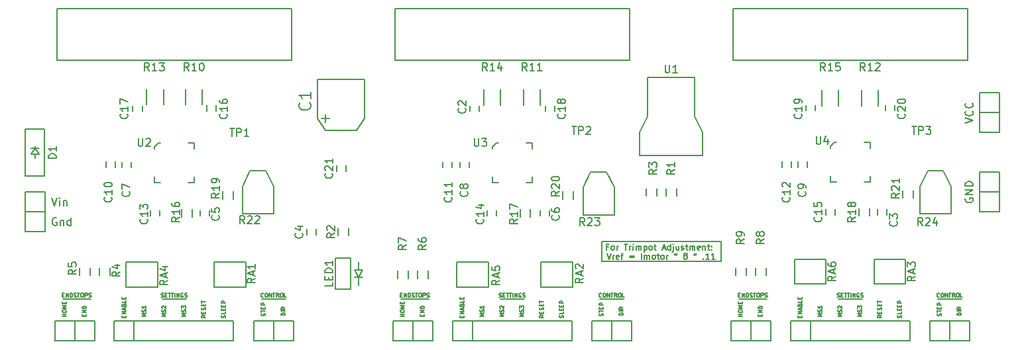
<source format=gto>
G04 #@! TF.FileFunction,Legend,Top*
%FSLAX46Y46*%
G04 Gerber Fmt 4.6, Leading zero omitted, Abs format (unit mm)*
G04 Created by KiCad (PCBNEW (2015-01-16 BZR 5376)-product) date 2/20/2015 2:24:23 PM*
%MOMM*%
G01*
G04 APERTURE LIST*
%ADD10C,0.100000*%
%ADD11C,0.127000*%
%ADD12C,0.200000*%
%ADD13C,0.150000*%
G04 APERTURE END LIST*
D10*
D11*
X86589810Y-74422000D02*
X86493048Y-74373619D01*
X86347905Y-74373619D01*
X86202763Y-74422000D01*
X86106001Y-74518762D01*
X86057620Y-74615524D01*
X86009239Y-74809048D01*
X86009239Y-74954190D01*
X86057620Y-75147714D01*
X86106001Y-75244476D01*
X86202763Y-75341238D01*
X86347905Y-75389619D01*
X86444667Y-75389619D01*
X86589810Y-75341238D01*
X86638191Y-75292857D01*
X86638191Y-74954190D01*
X86444667Y-74954190D01*
X87073620Y-74712286D02*
X87073620Y-75389619D01*
X87073620Y-74809048D02*
X87122001Y-74760667D01*
X87218763Y-74712286D01*
X87363905Y-74712286D01*
X87460667Y-74760667D01*
X87509048Y-74857429D01*
X87509048Y-75389619D01*
X88428286Y-75389619D02*
X88428286Y-74373619D01*
X88428286Y-75341238D02*
X88331524Y-75389619D01*
X88138001Y-75389619D01*
X88041239Y-75341238D01*
X87992858Y-75292857D01*
X87944477Y-75196095D01*
X87944477Y-74905810D01*
X87992858Y-74809048D01*
X88041239Y-74760667D01*
X88138001Y-74712286D01*
X88331524Y-74712286D01*
X88428286Y-74760667D01*
X85954810Y-71833619D02*
X86293477Y-72849619D01*
X86632143Y-71833619D01*
X86970810Y-72849619D02*
X86970810Y-72172286D01*
X86970810Y-71833619D02*
X86922429Y-71882000D01*
X86970810Y-71930381D01*
X87019191Y-71882000D01*
X86970810Y-71833619D01*
X86970810Y-71930381D01*
X87454620Y-72172286D02*
X87454620Y-72849619D01*
X87454620Y-72269048D02*
X87503001Y-72220667D01*
X87599763Y-72172286D01*
X87744905Y-72172286D01*
X87841667Y-72220667D01*
X87890048Y-72317429D01*
X87890048Y-72849619D01*
D12*
X171450000Y-77470000D02*
X156210000Y-77470000D01*
X171450000Y-80010000D02*
X171450000Y-77470000D01*
X156210000Y-80010000D02*
X171450000Y-80010000D01*
X156210000Y-77470000D02*
X156210000Y-80010000D01*
D11*
X157062714Y-78088671D02*
X156808714Y-78088671D01*
X156808714Y-78487814D02*
X156808714Y-77725814D01*
X157171571Y-77725814D01*
X157570714Y-78487814D02*
X157498142Y-78451529D01*
X157461857Y-78415243D01*
X157425571Y-78342671D01*
X157425571Y-78124957D01*
X157461857Y-78052386D01*
X157498142Y-78016100D01*
X157570714Y-77979814D01*
X157679571Y-77979814D01*
X157752142Y-78016100D01*
X157788428Y-78052386D01*
X157824714Y-78124957D01*
X157824714Y-78342671D01*
X157788428Y-78415243D01*
X157752142Y-78451529D01*
X157679571Y-78487814D01*
X157570714Y-78487814D01*
X158151286Y-78487814D02*
X158151286Y-77979814D01*
X158151286Y-78124957D02*
X158187571Y-78052386D01*
X158223857Y-78016100D01*
X158296428Y-77979814D01*
X158369000Y-77979814D01*
X159094713Y-77725814D02*
X159530142Y-77725814D01*
X159312428Y-78487814D02*
X159312428Y-77725814D01*
X159784142Y-78487814D02*
X159784142Y-77979814D01*
X159784142Y-78124957D02*
X159820427Y-78052386D01*
X159856713Y-78016100D01*
X159929284Y-77979814D01*
X160001856Y-77979814D01*
X160255856Y-78487814D02*
X160255856Y-77979814D01*
X160255856Y-77725814D02*
X160219570Y-77762100D01*
X160255856Y-77798386D01*
X160292141Y-77762100D01*
X160255856Y-77725814D01*
X160255856Y-77798386D01*
X160618713Y-78487814D02*
X160618713Y-77979814D01*
X160618713Y-78052386D02*
X160654998Y-78016100D01*
X160727570Y-77979814D01*
X160836427Y-77979814D01*
X160908998Y-78016100D01*
X160945284Y-78088671D01*
X160945284Y-78487814D01*
X160945284Y-78088671D02*
X160981570Y-78016100D01*
X161054141Y-77979814D01*
X161162998Y-77979814D01*
X161235570Y-78016100D01*
X161271855Y-78088671D01*
X161271855Y-78487814D01*
X161634713Y-77979814D02*
X161634713Y-78741814D01*
X161634713Y-78016100D02*
X161707284Y-77979814D01*
X161852427Y-77979814D01*
X161924998Y-78016100D01*
X161961284Y-78052386D01*
X161997570Y-78124957D01*
X161997570Y-78342671D01*
X161961284Y-78415243D01*
X161924998Y-78451529D01*
X161852427Y-78487814D01*
X161707284Y-78487814D01*
X161634713Y-78451529D01*
X162432999Y-78487814D02*
X162360427Y-78451529D01*
X162324142Y-78415243D01*
X162287856Y-78342671D01*
X162287856Y-78124957D01*
X162324142Y-78052386D01*
X162360427Y-78016100D01*
X162432999Y-77979814D01*
X162541856Y-77979814D01*
X162614427Y-78016100D01*
X162650713Y-78052386D01*
X162686999Y-78124957D01*
X162686999Y-78342671D01*
X162650713Y-78415243D01*
X162614427Y-78451529D01*
X162541856Y-78487814D01*
X162432999Y-78487814D01*
X162904713Y-77979814D02*
X163194999Y-77979814D01*
X163013571Y-77725814D02*
X163013571Y-78378957D01*
X163049856Y-78451529D01*
X163122428Y-78487814D01*
X163194999Y-78487814D01*
X163993285Y-78270100D02*
X164356142Y-78270100D01*
X163920713Y-78487814D02*
X164174713Y-77725814D01*
X164428713Y-78487814D01*
X165009285Y-78487814D02*
X165009285Y-77725814D01*
X165009285Y-78451529D02*
X164936714Y-78487814D01*
X164791571Y-78487814D01*
X164718999Y-78451529D01*
X164682714Y-78415243D01*
X164646428Y-78342671D01*
X164646428Y-78124957D01*
X164682714Y-78052386D01*
X164718999Y-78016100D01*
X164791571Y-77979814D01*
X164936714Y-77979814D01*
X165009285Y-78016100D01*
X165372143Y-77979814D02*
X165372143Y-78632957D01*
X165335857Y-78705529D01*
X165263285Y-78741814D01*
X165227000Y-78741814D01*
X165372143Y-77725814D02*
X165335857Y-77762100D01*
X165372143Y-77798386D01*
X165408428Y-77762100D01*
X165372143Y-77725814D01*
X165372143Y-77798386D01*
X166061571Y-77979814D02*
X166061571Y-78487814D01*
X165735000Y-77979814D02*
X165735000Y-78378957D01*
X165771285Y-78451529D01*
X165843857Y-78487814D01*
X165952714Y-78487814D01*
X166025285Y-78451529D01*
X166061571Y-78415243D01*
X166388143Y-78451529D02*
X166460714Y-78487814D01*
X166605857Y-78487814D01*
X166678429Y-78451529D01*
X166714714Y-78378957D01*
X166714714Y-78342671D01*
X166678429Y-78270100D01*
X166605857Y-78233814D01*
X166497000Y-78233814D01*
X166424429Y-78197529D01*
X166388143Y-78124957D01*
X166388143Y-78088671D01*
X166424429Y-78016100D01*
X166497000Y-77979814D01*
X166605857Y-77979814D01*
X166678429Y-78016100D01*
X166932428Y-77979814D02*
X167222714Y-77979814D01*
X167041286Y-77725814D02*
X167041286Y-78378957D01*
X167077571Y-78451529D01*
X167150143Y-78487814D01*
X167222714Y-78487814D01*
X167476715Y-78487814D02*
X167476715Y-77979814D01*
X167476715Y-78052386D02*
X167513000Y-78016100D01*
X167585572Y-77979814D01*
X167694429Y-77979814D01*
X167767000Y-78016100D01*
X167803286Y-78088671D01*
X167803286Y-78487814D01*
X167803286Y-78088671D02*
X167839572Y-78016100D01*
X167912143Y-77979814D01*
X168021000Y-77979814D01*
X168093572Y-78016100D01*
X168129857Y-78088671D01*
X168129857Y-78487814D01*
X168783000Y-78451529D02*
X168710429Y-78487814D01*
X168565286Y-78487814D01*
X168492715Y-78451529D01*
X168456429Y-78378957D01*
X168456429Y-78088671D01*
X168492715Y-78016100D01*
X168565286Y-77979814D01*
X168710429Y-77979814D01*
X168783000Y-78016100D01*
X168819286Y-78088671D01*
X168819286Y-78161243D01*
X168456429Y-78233814D01*
X169145858Y-77979814D02*
X169145858Y-78487814D01*
X169145858Y-78052386D02*
X169182143Y-78016100D01*
X169254715Y-77979814D01*
X169363572Y-77979814D01*
X169436143Y-78016100D01*
X169472429Y-78088671D01*
X169472429Y-78487814D01*
X169726429Y-77979814D02*
X170016715Y-77979814D01*
X169835287Y-77725814D02*
X169835287Y-78378957D01*
X169871572Y-78451529D01*
X169944144Y-78487814D01*
X170016715Y-78487814D01*
X170270716Y-78415243D02*
X170307001Y-78451529D01*
X170270716Y-78487814D01*
X170234430Y-78451529D01*
X170270716Y-78415243D01*
X170270716Y-78487814D01*
X170270716Y-78016100D02*
X170307001Y-78052386D01*
X170270716Y-78088671D01*
X170234430Y-78052386D01*
X170270716Y-78016100D01*
X170270716Y-78088671D01*
X156899430Y-78919614D02*
X157153430Y-79681614D01*
X157407430Y-78919614D01*
X157661431Y-79681614D02*
X157661431Y-79173614D01*
X157661431Y-79318757D02*
X157697716Y-79246186D01*
X157734002Y-79209900D01*
X157806573Y-79173614D01*
X157879145Y-79173614D01*
X158423430Y-79645329D02*
X158350859Y-79681614D01*
X158205716Y-79681614D01*
X158133145Y-79645329D01*
X158096859Y-79572757D01*
X158096859Y-79282471D01*
X158133145Y-79209900D01*
X158205716Y-79173614D01*
X158350859Y-79173614D01*
X158423430Y-79209900D01*
X158459716Y-79282471D01*
X158459716Y-79355043D01*
X158096859Y-79427614D01*
X158677430Y-79173614D02*
X158967716Y-79173614D01*
X158786288Y-79681614D02*
X158786288Y-79028471D01*
X158822573Y-78955900D01*
X158895145Y-78919614D01*
X158967716Y-78919614D01*
X159802288Y-79282471D02*
X160382859Y-79282471D01*
X160382859Y-79500186D02*
X159802288Y-79500186D01*
X161326288Y-79681614D02*
X161326288Y-78919614D01*
X161689145Y-79681614D02*
X161689145Y-79173614D01*
X161689145Y-79246186D02*
X161725430Y-79209900D01*
X161798002Y-79173614D01*
X161906859Y-79173614D01*
X161979430Y-79209900D01*
X162015716Y-79282471D01*
X162015716Y-79681614D01*
X162015716Y-79282471D02*
X162052002Y-79209900D01*
X162124573Y-79173614D01*
X162233430Y-79173614D01*
X162306002Y-79209900D01*
X162342287Y-79282471D01*
X162342287Y-79681614D01*
X162814002Y-79681614D02*
X162741430Y-79645329D01*
X162705145Y-79609043D01*
X162668859Y-79536471D01*
X162668859Y-79318757D01*
X162705145Y-79246186D01*
X162741430Y-79209900D01*
X162814002Y-79173614D01*
X162922859Y-79173614D01*
X162995430Y-79209900D01*
X163031716Y-79246186D01*
X163068002Y-79318757D01*
X163068002Y-79536471D01*
X163031716Y-79609043D01*
X162995430Y-79645329D01*
X162922859Y-79681614D01*
X162814002Y-79681614D01*
X163285716Y-79173614D02*
X163576002Y-79173614D01*
X163394574Y-78919614D02*
X163394574Y-79572757D01*
X163430859Y-79645329D01*
X163503431Y-79681614D01*
X163576002Y-79681614D01*
X163938860Y-79681614D02*
X163866288Y-79645329D01*
X163830003Y-79609043D01*
X163793717Y-79536471D01*
X163793717Y-79318757D01*
X163830003Y-79246186D01*
X163866288Y-79209900D01*
X163938860Y-79173614D01*
X164047717Y-79173614D01*
X164120288Y-79209900D01*
X164156574Y-79246186D01*
X164192860Y-79318757D01*
X164192860Y-79536471D01*
X164156574Y-79609043D01*
X164120288Y-79645329D01*
X164047717Y-79681614D01*
X163938860Y-79681614D01*
X164519432Y-79681614D02*
X164519432Y-79173614D01*
X164519432Y-79318757D02*
X164555717Y-79246186D01*
X164592003Y-79209900D01*
X164664574Y-79173614D01*
X164737146Y-79173614D01*
X165680574Y-78919614D02*
X165680574Y-79101043D01*
X165499145Y-79028471D02*
X165680574Y-79101043D01*
X165862002Y-79028471D01*
X165571717Y-79246186D02*
X165680574Y-79101043D01*
X165789431Y-79246186D01*
X166841716Y-79246186D02*
X166769144Y-79209900D01*
X166732859Y-79173614D01*
X166696573Y-79101043D01*
X166696573Y-79064757D01*
X166732859Y-78992186D01*
X166769144Y-78955900D01*
X166841716Y-78919614D01*
X166986859Y-78919614D01*
X167059430Y-78955900D01*
X167095716Y-78992186D01*
X167132001Y-79064757D01*
X167132001Y-79101043D01*
X167095716Y-79173614D01*
X167059430Y-79209900D01*
X166986859Y-79246186D01*
X166841716Y-79246186D01*
X166769144Y-79282471D01*
X166732859Y-79318757D01*
X166696573Y-79391329D01*
X166696573Y-79536471D01*
X166732859Y-79609043D01*
X166769144Y-79645329D01*
X166841716Y-79681614D01*
X166986859Y-79681614D01*
X167059430Y-79645329D01*
X167095716Y-79609043D01*
X167132001Y-79536471D01*
X167132001Y-79391329D01*
X167095716Y-79318757D01*
X167059430Y-79282471D01*
X166986859Y-79246186D01*
X168148001Y-78919614D02*
X168148001Y-79101043D01*
X167966572Y-79028471D02*
X168148001Y-79101043D01*
X168329429Y-79028471D01*
X168039144Y-79246186D02*
X168148001Y-79101043D01*
X168256858Y-79246186D01*
X169200286Y-79609043D02*
X169236571Y-79645329D01*
X169200286Y-79681614D01*
X169164000Y-79645329D01*
X169200286Y-79609043D01*
X169200286Y-79681614D01*
X169962285Y-79681614D02*
X169526857Y-79681614D01*
X169744571Y-79681614D02*
X169744571Y-78919614D01*
X169672000Y-79028471D01*
X169599428Y-79101043D01*
X169526857Y-79137329D01*
X170687999Y-79681614D02*
X170252571Y-79681614D01*
X170470285Y-79681614D02*
X170470285Y-78919614D01*
X170397714Y-79028471D01*
X170325142Y-79101043D01*
X170252571Y-79137329D01*
X202643619Y-62314666D02*
X203659619Y-61975999D01*
X202643619Y-61637333D01*
X203562857Y-60718095D02*
X203611238Y-60766476D01*
X203659619Y-60911619D01*
X203659619Y-61008381D01*
X203611238Y-61153523D01*
X203514476Y-61250285D01*
X203417714Y-61298666D01*
X203224190Y-61347047D01*
X203079048Y-61347047D01*
X202885524Y-61298666D01*
X202788762Y-61250285D01*
X202692000Y-61153523D01*
X202643619Y-61008381D01*
X202643619Y-60911619D01*
X202692000Y-60766476D01*
X202740381Y-60718095D01*
X203562857Y-59702095D02*
X203611238Y-59750476D01*
X203659619Y-59895619D01*
X203659619Y-59992381D01*
X203611238Y-60137523D01*
X203514476Y-60234285D01*
X203417714Y-60282666D01*
X203224190Y-60331047D01*
X203079048Y-60331047D01*
X202885524Y-60282666D01*
X202788762Y-60234285D01*
X202692000Y-60137523D01*
X202643619Y-59992381D01*
X202643619Y-59895619D01*
X202692000Y-59750476D01*
X202740381Y-59702095D01*
X202692000Y-71894095D02*
X202643619Y-71990857D01*
X202643619Y-72136000D01*
X202692000Y-72281142D01*
X202788762Y-72377904D01*
X202885524Y-72426285D01*
X203079048Y-72474666D01*
X203224190Y-72474666D01*
X203417714Y-72426285D01*
X203514476Y-72377904D01*
X203611238Y-72281142D01*
X203659619Y-72136000D01*
X203659619Y-72039238D01*
X203611238Y-71894095D01*
X203562857Y-71845714D01*
X203224190Y-71845714D01*
X203224190Y-72039238D01*
X203659619Y-71410285D02*
X202643619Y-71410285D01*
X203659619Y-70829714D01*
X202643619Y-70829714D01*
X203659619Y-70345904D02*
X202643619Y-70345904D01*
X202643619Y-70103999D01*
X202692000Y-69958857D01*
X202788762Y-69862095D01*
X202885524Y-69813714D01*
X203079048Y-69765333D01*
X203224190Y-69765333D01*
X203417714Y-69813714D01*
X203514476Y-69862095D01*
X203611238Y-69958857D01*
X203659619Y-70103999D01*
X203659619Y-70345904D01*
D12*
X112776000Y-84836000D02*
X115824000Y-84836000D01*
D11*
X113005810Y-84509429D02*
X112981620Y-84533619D01*
X112909048Y-84557810D01*
X112860667Y-84557810D01*
X112788096Y-84533619D01*
X112739715Y-84485238D01*
X112715524Y-84436857D01*
X112691334Y-84340095D01*
X112691334Y-84267524D01*
X112715524Y-84170762D01*
X112739715Y-84122381D01*
X112788096Y-84074000D01*
X112860667Y-84049810D01*
X112909048Y-84049810D01*
X112981620Y-84074000D01*
X113005810Y-84098190D01*
X113320286Y-84049810D02*
X113417048Y-84049810D01*
X113465429Y-84074000D01*
X113513810Y-84122381D01*
X113538001Y-84219143D01*
X113538001Y-84388476D01*
X113513810Y-84485238D01*
X113465429Y-84533619D01*
X113417048Y-84557810D01*
X113320286Y-84557810D01*
X113271905Y-84533619D01*
X113223524Y-84485238D01*
X113199334Y-84388476D01*
X113199334Y-84219143D01*
X113223524Y-84122381D01*
X113271905Y-84074000D01*
X113320286Y-84049810D01*
X113755714Y-84557810D02*
X113755714Y-84049810D01*
X114046000Y-84557810D01*
X114046000Y-84049810D01*
X114215333Y-84049810D02*
X114505619Y-84049810D01*
X114360476Y-84557810D02*
X114360476Y-84049810D01*
X114965238Y-84557810D02*
X114795905Y-84315905D01*
X114674952Y-84557810D02*
X114674952Y-84049810D01*
X114868476Y-84049810D01*
X114916857Y-84074000D01*
X114941048Y-84098190D01*
X114965238Y-84146571D01*
X114965238Y-84219143D01*
X114941048Y-84267524D01*
X114916857Y-84291714D01*
X114868476Y-84315905D01*
X114674952Y-84315905D01*
X115279714Y-84049810D02*
X115376476Y-84049810D01*
X115424857Y-84074000D01*
X115473238Y-84122381D01*
X115497429Y-84219143D01*
X115497429Y-84388476D01*
X115473238Y-84485238D01*
X115424857Y-84533619D01*
X115376476Y-84557810D01*
X115279714Y-84557810D01*
X115231333Y-84533619D01*
X115182952Y-84485238D01*
X115158762Y-84388476D01*
X115158762Y-84219143D01*
X115182952Y-84122381D01*
X115231333Y-84074000D01*
X115279714Y-84049810D01*
X115957047Y-84557810D02*
X115715142Y-84557810D01*
X115715142Y-84049810D01*
D12*
X100076000Y-84836000D02*
X103124000Y-84836000D01*
D11*
X99955047Y-84533619D02*
X100027618Y-84557810D01*
X100148571Y-84557810D01*
X100196952Y-84533619D01*
X100221142Y-84509429D01*
X100245333Y-84461048D01*
X100245333Y-84412667D01*
X100221142Y-84364286D01*
X100196952Y-84340095D01*
X100148571Y-84315905D01*
X100051809Y-84291714D01*
X100003428Y-84267524D01*
X99979237Y-84243333D01*
X99955047Y-84194952D01*
X99955047Y-84146571D01*
X99979237Y-84098190D01*
X100003428Y-84074000D01*
X100051809Y-84049810D01*
X100172761Y-84049810D01*
X100245333Y-84074000D01*
X100463047Y-84291714D02*
X100632381Y-84291714D01*
X100704952Y-84557810D02*
X100463047Y-84557810D01*
X100463047Y-84049810D01*
X100704952Y-84049810D01*
X100850095Y-84049810D02*
X101140381Y-84049810D01*
X100995238Y-84557810D02*
X100995238Y-84049810D01*
X101237143Y-84049810D02*
X101527429Y-84049810D01*
X101382286Y-84557810D02*
X101382286Y-84049810D01*
X101696762Y-84557810D02*
X101696762Y-84049810D01*
X101938667Y-84557810D02*
X101938667Y-84049810D01*
X102228953Y-84557810D01*
X102228953Y-84049810D01*
X102736953Y-84074000D02*
X102688572Y-84049810D01*
X102616000Y-84049810D01*
X102543429Y-84074000D01*
X102495048Y-84122381D01*
X102470857Y-84170762D01*
X102446667Y-84267524D01*
X102446667Y-84340095D01*
X102470857Y-84436857D01*
X102495048Y-84485238D01*
X102543429Y-84533619D01*
X102616000Y-84557810D01*
X102664381Y-84557810D01*
X102736953Y-84533619D01*
X102761143Y-84509429D01*
X102761143Y-84340095D01*
X102664381Y-84340095D01*
X102954667Y-84533619D02*
X103027238Y-84557810D01*
X103148191Y-84557810D01*
X103196572Y-84533619D01*
X103220762Y-84509429D01*
X103244953Y-84461048D01*
X103244953Y-84412667D01*
X103220762Y-84364286D01*
X103196572Y-84340095D01*
X103148191Y-84315905D01*
X103051429Y-84291714D01*
X103003048Y-84267524D01*
X102978857Y-84243333D01*
X102954667Y-84194952D01*
X102954667Y-84146571D01*
X102978857Y-84098190D01*
X103003048Y-84074000D01*
X103051429Y-84049810D01*
X103172381Y-84049810D01*
X103244953Y-84074000D01*
D12*
X87376000Y-84836000D02*
X90932000Y-84836000D01*
D11*
X87327619Y-84291714D02*
X87496953Y-84291714D01*
X87569524Y-84557810D02*
X87327619Y-84557810D01*
X87327619Y-84049810D01*
X87569524Y-84049810D01*
X87787238Y-84557810D02*
X87787238Y-84049810D01*
X88077524Y-84557810D01*
X88077524Y-84049810D01*
X88319428Y-84557810D02*
X88319428Y-84049810D01*
X88440381Y-84049810D01*
X88512952Y-84074000D01*
X88561333Y-84122381D01*
X88585524Y-84170762D01*
X88609714Y-84267524D01*
X88609714Y-84340095D01*
X88585524Y-84436857D01*
X88561333Y-84485238D01*
X88512952Y-84533619D01*
X88440381Y-84557810D01*
X88319428Y-84557810D01*
X88803238Y-84533619D02*
X88875809Y-84557810D01*
X88996762Y-84557810D01*
X89045143Y-84533619D01*
X89069333Y-84509429D01*
X89093524Y-84461048D01*
X89093524Y-84412667D01*
X89069333Y-84364286D01*
X89045143Y-84340095D01*
X88996762Y-84315905D01*
X88900000Y-84291714D01*
X88851619Y-84267524D01*
X88827428Y-84243333D01*
X88803238Y-84194952D01*
X88803238Y-84146571D01*
X88827428Y-84098190D01*
X88851619Y-84074000D01*
X88900000Y-84049810D01*
X89020952Y-84049810D01*
X89093524Y-84074000D01*
X89238667Y-84049810D02*
X89528953Y-84049810D01*
X89383810Y-84557810D02*
X89383810Y-84049810D01*
X89795048Y-84049810D02*
X89891810Y-84049810D01*
X89940191Y-84074000D01*
X89988572Y-84122381D01*
X90012763Y-84219143D01*
X90012763Y-84388476D01*
X89988572Y-84485238D01*
X89940191Y-84533619D01*
X89891810Y-84557810D01*
X89795048Y-84557810D01*
X89746667Y-84533619D01*
X89698286Y-84485238D01*
X89674096Y-84388476D01*
X89674096Y-84219143D01*
X89698286Y-84122381D01*
X89746667Y-84074000D01*
X89795048Y-84049810D01*
X90230476Y-84557810D02*
X90230476Y-84049810D01*
X90424000Y-84049810D01*
X90472381Y-84074000D01*
X90496572Y-84098190D01*
X90520762Y-84146571D01*
X90520762Y-84219143D01*
X90496572Y-84267524D01*
X90472381Y-84291714D01*
X90424000Y-84315905D01*
X90230476Y-84315905D01*
X90714286Y-84533619D02*
X90786857Y-84557810D01*
X90907810Y-84557810D01*
X90956191Y-84533619D01*
X90980381Y-84509429D01*
X91004572Y-84461048D01*
X91004572Y-84412667D01*
X90980381Y-84364286D01*
X90956191Y-84340095D01*
X90907810Y-84315905D01*
X90811048Y-84291714D01*
X90762667Y-84267524D01*
X90738476Y-84243333D01*
X90714286Y-84194952D01*
X90714286Y-84146571D01*
X90738476Y-84098190D01*
X90762667Y-84074000D01*
X90811048Y-84049810D01*
X90932000Y-84049810D01*
X91004572Y-84074000D01*
X90133714Y-86988952D02*
X90133714Y-86819618D01*
X90399810Y-86747047D02*
X90399810Y-86988952D01*
X89891810Y-86988952D01*
X89891810Y-86747047D01*
X90399810Y-86529333D02*
X89891810Y-86529333D01*
X90399810Y-86239047D01*
X89891810Y-86239047D01*
X90399810Y-85997143D02*
X89891810Y-85997143D01*
X89891810Y-85876190D01*
X89916000Y-85803619D01*
X89964381Y-85755238D01*
X90012762Y-85731047D01*
X90109524Y-85706857D01*
X90182095Y-85706857D01*
X90278857Y-85731047D01*
X90327238Y-85755238D01*
X90375619Y-85803619D01*
X90399810Y-85876190D01*
X90399810Y-85997143D01*
X87859810Y-87037333D02*
X87351810Y-87037333D01*
X87593714Y-87037333D02*
X87593714Y-86747047D01*
X87859810Y-86747047D02*
X87351810Y-86747047D01*
X87351810Y-86408381D02*
X87351810Y-86311619D01*
X87376000Y-86263238D01*
X87424381Y-86214857D01*
X87521143Y-86190666D01*
X87690476Y-86190666D01*
X87787238Y-86214857D01*
X87835619Y-86263238D01*
X87859810Y-86311619D01*
X87859810Y-86408381D01*
X87835619Y-86456762D01*
X87787238Y-86505143D01*
X87690476Y-86529333D01*
X87521143Y-86529333D01*
X87424381Y-86505143D01*
X87376000Y-86456762D01*
X87351810Y-86408381D01*
X87859810Y-85972953D02*
X87351810Y-85972953D01*
X87714667Y-85803619D01*
X87351810Y-85634286D01*
X87859810Y-85634286D01*
X87593714Y-85392382D02*
X87593714Y-85223048D01*
X87859810Y-85150477D02*
X87859810Y-85392382D01*
X87351810Y-85392382D01*
X87351810Y-85150477D01*
X115799810Y-86868000D02*
X115291810Y-86868000D01*
X115291810Y-86747047D01*
X115316000Y-86674476D01*
X115364381Y-86626095D01*
X115412762Y-86601904D01*
X115509524Y-86577714D01*
X115582095Y-86577714D01*
X115678857Y-86601904D01*
X115727238Y-86626095D01*
X115775619Y-86674476D01*
X115799810Y-86747047D01*
X115799810Y-86868000D01*
X115799810Y-86360000D02*
X115291810Y-86360000D01*
X115799810Y-85827809D02*
X115557905Y-85997142D01*
X115799810Y-86118095D02*
X115291810Y-86118095D01*
X115291810Y-85924571D01*
X115316000Y-85876190D01*
X115340190Y-85851999D01*
X115388571Y-85827809D01*
X115461143Y-85827809D01*
X115509524Y-85851999D01*
X115533714Y-85876190D01*
X115557905Y-85924571D01*
X115557905Y-86118095D01*
X113235619Y-86928476D02*
X113259810Y-86855905D01*
X113259810Y-86734952D01*
X113235619Y-86686571D01*
X113211429Y-86662381D01*
X113163048Y-86638190D01*
X113114667Y-86638190D01*
X113066286Y-86662381D01*
X113042095Y-86686571D01*
X113017905Y-86734952D01*
X112993714Y-86831714D01*
X112969524Y-86880095D01*
X112945333Y-86904286D01*
X112896952Y-86928476D01*
X112848571Y-86928476D01*
X112800190Y-86904286D01*
X112776000Y-86880095D01*
X112751810Y-86831714D01*
X112751810Y-86710762D01*
X112776000Y-86638190D01*
X112751810Y-86493047D02*
X112751810Y-86202761D01*
X113259810Y-86347904D02*
X112751810Y-86347904D01*
X112993714Y-86033428D02*
X112993714Y-85864094D01*
X113259810Y-85791523D02*
X113259810Y-86033428D01*
X112751810Y-86033428D01*
X112751810Y-85791523D01*
X113259810Y-85573809D02*
X112751810Y-85573809D01*
X112751810Y-85380285D01*
X112776000Y-85331904D01*
X112800190Y-85307713D01*
X112848571Y-85283523D01*
X112921143Y-85283523D01*
X112969524Y-85307713D01*
X112993714Y-85331904D01*
X113017905Y-85380285D01*
X113017905Y-85573809D01*
X95213714Y-87134095D02*
X95213714Y-86964761D01*
X95479810Y-86892190D02*
X95479810Y-87134095D01*
X94971810Y-87134095D01*
X94971810Y-86892190D01*
X95479810Y-86674476D02*
X94971810Y-86674476D01*
X95479810Y-86384190D01*
X94971810Y-86384190D01*
X95334667Y-86166476D02*
X95334667Y-85924571D01*
X95479810Y-86214857D02*
X94971810Y-86045524D01*
X95479810Y-85876190D01*
X95213714Y-85537523D02*
X95237905Y-85464952D01*
X95262095Y-85440761D01*
X95310476Y-85416571D01*
X95383048Y-85416571D01*
X95431429Y-85440761D01*
X95455619Y-85464952D01*
X95479810Y-85513333D01*
X95479810Y-85706857D01*
X94971810Y-85706857D01*
X94971810Y-85537523D01*
X94996000Y-85489142D01*
X95020190Y-85464952D01*
X95068571Y-85440761D01*
X95116952Y-85440761D01*
X95165333Y-85464952D01*
X95189524Y-85489142D01*
X95213714Y-85537523D01*
X95213714Y-85706857D01*
X95479810Y-84956952D02*
X95479810Y-85198857D01*
X94971810Y-85198857D01*
X95213714Y-84787619D02*
X95213714Y-84618285D01*
X95479810Y-84545714D02*
X95479810Y-84787619D01*
X94971810Y-84787619D01*
X94971810Y-84545714D01*
X108155619Y-87170381D02*
X108179810Y-87097810D01*
X108179810Y-86976857D01*
X108155619Y-86928476D01*
X108131429Y-86904286D01*
X108083048Y-86880095D01*
X108034667Y-86880095D01*
X107986286Y-86904286D01*
X107962095Y-86928476D01*
X107937905Y-86976857D01*
X107913714Y-87073619D01*
X107889524Y-87122000D01*
X107865333Y-87146191D01*
X107816952Y-87170381D01*
X107768571Y-87170381D01*
X107720190Y-87146191D01*
X107696000Y-87122000D01*
X107671810Y-87073619D01*
X107671810Y-86952667D01*
X107696000Y-86880095D01*
X108179810Y-86420476D02*
X108179810Y-86662381D01*
X107671810Y-86662381D01*
X107913714Y-86251143D02*
X107913714Y-86081809D01*
X108179810Y-86009238D02*
X108179810Y-86251143D01*
X107671810Y-86251143D01*
X107671810Y-86009238D01*
X107913714Y-85791524D02*
X107913714Y-85622190D01*
X108179810Y-85549619D02*
X108179810Y-85791524D01*
X107671810Y-85791524D01*
X107671810Y-85549619D01*
X108179810Y-85331905D02*
X107671810Y-85331905D01*
X107671810Y-85138381D01*
X107696000Y-85090000D01*
X107720190Y-85065809D01*
X107768571Y-85041619D01*
X107841143Y-85041619D01*
X107889524Y-85065809D01*
X107913714Y-85090000D01*
X107937905Y-85138381D01*
X107937905Y-85331905D01*
X105639810Y-86843810D02*
X105397905Y-87013143D01*
X105639810Y-87134096D02*
X105131810Y-87134096D01*
X105131810Y-86940572D01*
X105156000Y-86892191D01*
X105180190Y-86868000D01*
X105228571Y-86843810D01*
X105301143Y-86843810D01*
X105349524Y-86868000D01*
X105373714Y-86892191D01*
X105397905Y-86940572D01*
X105397905Y-87134096D01*
X105373714Y-86626096D02*
X105373714Y-86456762D01*
X105639810Y-86384191D02*
X105639810Y-86626096D01*
X105131810Y-86626096D01*
X105131810Y-86384191D01*
X105615619Y-86190667D02*
X105639810Y-86118096D01*
X105639810Y-85997143D01*
X105615619Y-85948762D01*
X105591429Y-85924572D01*
X105543048Y-85900381D01*
X105494667Y-85900381D01*
X105446286Y-85924572D01*
X105422095Y-85948762D01*
X105397905Y-85997143D01*
X105373714Y-86093905D01*
X105349524Y-86142286D01*
X105325333Y-86166477D01*
X105276952Y-86190667D01*
X105228571Y-86190667D01*
X105180190Y-86166477D01*
X105156000Y-86142286D01*
X105131810Y-86093905D01*
X105131810Y-85972953D01*
X105156000Y-85900381D01*
X105373714Y-85682667D02*
X105373714Y-85513333D01*
X105639810Y-85440762D02*
X105639810Y-85682667D01*
X105131810Y-85682667D01*
X105131810Y-85440762D01*
X105131810Y-85295619D02*
X105131810Y-85005333D01*
X105639810Y-85150476D02*
X105131810Y-85150476D01*
X103099810Y-87013143D02*
X102591810Y-87013143D01*
X102954667Y-86843809D01*
X102591810Y-86674476D01*
X103099810Y-86674476D01*
X103075619Y-86456762D02*
X103099810Y-86384191D01*
X103099810Y-86263238D01*
X103075619Y-86214857D01*
X103051429Y-86190667D01*
X103003048Y-86166476D01*
X102954667Y-86166476D01*
X102906286Y-86190667D01*
X102882095Y-86214857D01*
X102857905Y-86263238D01*
X102833714Y-86360000D01*
X102809524Y-86408381D01*
X102785333Y-86432572D01*
X102736952Y-86456762D01*
X102688571Y-86456762D01*
X102640190Y-86432572D01*
X102616000Y-86408381D01*
X102591810Y-86360000D01*
X102591810Y-86239048D01*
X102616000Y-86166476D01*
X102591810Y-85997143D02*
X102591810Y-85682666D01*
X102785333Y-85852000D01*
X102785333Y-85779428D01*
X102809524Y-85731047D01*
X102833714Y-85706857D01*
X102882095Y-85682666D01*
X103003048Y-85682666D01*
X103051429Y-85706857D01*
X103075619Y-85731047D01*
X103099810Y-85779428D01*
X103099810Y-85924571D01*
X103075619Y-85972952D01*
X103051429Y-85997143D01*
X100559810Y-87013143D02*
X100051810Y-87013143D01*
X100414667Y-86843809D01*
X100051810Y-86674476D01*
X100559810Y-86674476D01*
X100535619Y-86456762D02*
X100559810Y-86384191D01*
X100559810Y-86263238D01*
X100535619Y-86214857D01*
X100511429Y-86190667D01*
X100463048Y-86166476D01*
X100414667Y-86166476D01*
X100366286Y-86190667D01*
X100342095Y-86214857D01*
X100317905Y-86263238D01*
X100293714Y-86360000D01*
X100269524Y-86408381D01*
X100245333Y-86432572D01*
X100196952Y-86456762D01*
X100148571Y-86456762D01*
X100100190Y-86432572D01*
X100076000Y-86408381D01*
X100051810Y-86360000D01*
X100051810Y-86239048D01*
X100076000Y-86166476D01*
X100100190Y-85972952D02*
X100076000Y-85948762D01*
X100051810Y-85900381D01*
X100051810Y-85779428D01*
X100076000Y-85731047D01*
X100100190Y-85706857D01*
X100148571Y-85682666D01*
X100196952Y-85682666D01*
X100269524Y-85706857D01*
X100559810Y-85997143D01*
X100559810Y-85682666D01*
X98019810Y-87013143D02*
X97511810Y-87013143D01*
X97874667Y-86843809D01*
X97511810Y-86674476D01*
X98019810Y-86674476D01*
X97995619Y-86456762D02*
X98019810Y-86384191D01*
X98019810Y-86263238D01*
X97995619Y-86214857D01*
X97971429Y-86190667D01*
X97923048Y-86166476D01*
X97874667Y-86166476D01*
X97826286Y-86190667D01*
X97802095Y-86214857D01*
X97777905Y-86263238D01*
X97753714Y-86360000D01*
X97729524Y-86408381D01*
X97705333Y-86432572D01*
X97656952Y-86456762D01*
X97608571Y-86456762D01*
X97560190Y-86432572D01*
X97536000Y-86408381D01*
X97511810Y-86360000D01*
X97511810Y-86239048D01*
X97536000Y-86166476D01*
X98019810Y-85682666D02*
X98019810Y-85972952D01*
X98019810Y-85827809D02*
X97511810Y-85827809D01*
X97584381Y-85876190D01*
X97632762Y-85924571D01*
X97656952Y-85972952D01*
X141199810Y-87013143D02*
X140691810Y-87013143D01*
X141054667Y-86843809D01*
X140691810Y-86674476D01*
X141199810Y-86674476D01*
X141175619Y-86456762D02*
X141199810Y-86384191D01*
X141199810Y-86263238D01*
X141175619Y-86214857D01*
X141151429Y-86190667D01*
X141103048Y-86166476D01*
X141054667Y-86166476D01*
X141006286Y-86190667D01*
X140982095Y-86214857D01*
X140957905Y-86263238D01*
X140933714Y-86360000D01*
X140909524Y-86408381D01*
X140885333Y-86432572D01*
X140836952Y-86456762D01*
X140788571Y-86456762D01*
X140740190Y-86432572D01*
X140716000Y-86408381D01*
X140691810Y-86360000D01*
X140691810Y-86239048D01*
X140716000Y-86166476D01*
X141199810Y-85682666D02*
X141199810Y-85972952D01*
X141199810Y-85827809D02*
X140691810Y-85827809D01*
X140764381Y-85876190D01*
X140812762Y-85924571D01*
X140836952Y-85972952D01*
X143739810Y-87013143D02*
X143231810Y-87013143D01*
X143594667Y-86843809D01*
X143231810Y-86674476D01*
X143739810Y-86674476D01*
X143715619Y-86456762D02*
X143739810Y-86384191D01*
X143739810Y-86263238D01*
X143715619Y-86214857D01*
X143691429Y-86190667D01*
X143643048Y-86166476D01*
X143594667Y-86166476D01*
X143546286Y-86190667D01*
X143522095Y-86214857D01*
X143497905Y-86263238D01*
X143473714Y-86360000D01*
X143449524Y-86408381D01*
X143425333Y-86432572D01*
X143376952Y-86456762D01*
X143328571Y-86456762D01*
X143280190Y-86432572D01*
X143256000Y-86408381D01*
X143231810Y-86360000D01*
X143231810Y-86239048D01*
X143256000Y-86166476D01*
X143280190Y-85972952D02*
X143256000Y-85948762D01*
X143231810Y-85900381D01*
X143231810Y-85779428D01*
X143256000Y-85731047D01*
X143280190Y-85706857D01*
X143328571Y-85682666D01*
X143376952Y-85682666D01*
X143449524Y-85706857D01*
X143739810Y-85997143D01*
X143739810Y-85682666D01*
X146279810Y-87013143D02*
X145771810Y-87013143D01*
X146134667Y-86843809D01*
X145771810Y-86674476D01*
X146279810Y-86674476D01*
X146255619Y-86456762D02*
X146279810Y-86384191D01*
X146279810Y-86263238D01*
X146255619Y-86214857D01*
X146231429Y-86190667D01*
X146183048Y-86166476D01*
X146134667Y-86166476D01*
X146086286Y-86190667D01*
X146062095Y-86214857D01*
X146037905Y-86263238D01*
X146013714Y-86360000D01*
X145989524Y-86408381D01*
X145965333Y-86432572D01*
X145916952Y-86456762D01*
X145868571Y-86456762D01*
X145820190Y-86432572D01*
X145796000Y-86408381D01*
X145771810Y-86360000D01*
X145771810Y-86239048D01*
X145796000Y-86166476D01*
X145771810Y-85997143D02*
X145771810Y-85682666D01*
X145965333Y-85852000D01*
X145965333Y-85779428D01*
X145989524Y-85731047D01*
X146013714Y-85706857D01*
X146062095Y-85682666D01*
X146183048Y-85682666D01*
X146231429Y-85706857D01*
X146255619Y-85731047D01*
X146279810Y-85779428D01*
X146279810Y-85924571D01*
X146255619Y-85972952D01*
X146231429Y-85997143D01*
X148819810Y-86843810D02*
X148577905Y-87013143D01*
X148819810Y-87134096D02*
X148311810Y-87134096D01*
X148311810Y-86940572D01*
X148336000Y-86892191D01*
X148360190Y-86868000D01*
X148408571Y-86843810D01*
X148481143Y-86843810D01*
X148529524Y-86868000D01*
X148553714Y-86892191D01*
X148577905Y-86940572D01*
X148577905Y-87134096D01*
X148553714Y-86626096D02*
X148553714Y-86456762D01*
X148819810Y-86384191D02*
X148819810Y-86626096D01*
X148311810Y-86626096D01*
X148311810Y-86384191D01*
X148795619Y-86190667D02*
X148819810Y-86118096D01*
X148819810Y-85997143D01*
X148795619Y-85948762D01*
X148771429Y-85924572D01*
X148723048Y-85900381D01*
X148674667Y-85900381D01*
X148626286Y-85924572D01*
X148602095Y-85948762D01*
X148577905Y-85997143D01*
X148553714Y-86093905D01*
X148529524Y-86142286D01*
X148505333Y-86166477D01*
X148456952Y-86190667D01*
X148408571Y-86190667D01*
X148360190Y-86166477D01*
X148336000Y-86142286D01*
X148311810Y-86093905D01*
X148311810Y-85972953D01*
X148336000Y-85900381D01*
X148553714Y-85682667D02*
X148553714Y-85513333D01*
X148819810Y-85440762D02*
X148819810Y-85682667D01*
X148311810Y-85682667D01*
X148311810Y-85440762D01*
X148311810Y-85295619D02*
X148311810Y-85005333D01*
X148819810Y-85150476D02*
X148311810Y-85150476D01*
X151335619Y-87170381D02*
X151359810Y-87097810D01*
X151359810Y-86976857D01*
X151335619Y-86928476D01*
X151311429Y-86904286D01*
X151263048Y-86880095D01*
X151214667Y-86880095D01*
X151166286Y-86904286D01*
X151142095Y-86928476D01*
X151117905Y-86976857D01*
X151093714Y-87073619D01*
X151069524Y-87122000D01*
X151045333Y-87146191D01*
X150996952Y-87170381D01*
X150948571Y-87170381D01*
X150900190Y-87146191D01*
X150876000Y-87122000D01*
X150851810Y-87073619D01*
X150851810Y-86952667D01*
X150876000Y-86880095D01*
X151359810Y-86420476D02*
X151359810Y-86662381D01*
X150851810Y-86662381D01*
X151093714Y-86251143D02*
X151093714Y-86081809D01*
X151359810Y-86009238D02*
X151359810Y-86251143D01*
X150851810Y-86251143D01*
X150851810Y-86009238D01*
X151093714Y-85791524D02*
X151093714Y-85622190D01*
X151359810Y-85549619D02*
X151359810Y-85791524D01*
X150851810Y-85791524D01*
X150851810Y-85549619D01*
X151359810Y-85331905D02*
X150851810Y-85331905D01*
X150851810Y-85138381D01*
X150876000Y-85090000D01*
X150900190Y-85065809D01*
X150948571Y-85041619D01*
X151021143Y-85041619D01*
X151069524Y-85065809D01*
X151093714Y-85090000D01*
X151117905Y-85138381D01*
X151117905Y-85331905D01*
X138393714Y-87134095D02*
X138393714Y-86964761D01*
X138659810Y-86892190D02*
X138659810Y-87134095D01*
X138151810Y-87134095D01*
X138151810Y-86892190D01*
X138659810Y-86674476D02*
X138151810Y-86674476D01*
X138659810Y-86384190D01*
X138151810Y-86384190D01*
X138514667Y-86166476D02*
X138514667Y-85924571D01*
X138659810Y-86214857D02*
X138151810Y-86045524D01*
X138659810Y-85876190D01*
X138393714Y-85537523D02*
X138417905Y-85464952D01*
X138442095Y-85440761D01*
X138490476Y-85416571D01*
X138563048Y-85416571D01*
X138611429Y-85440761D01*
X138635619Y-85464952D01*
X138659810Y-85513333D01*
X138659810Y-85706857D01*
X138151810Y-85706857D01*
X138151810Y-85537523D01*
X138176000Y-85489142D01*
X138200190Y-85464952D01*
X138248571Y-85440761D01*
X138296952Y-85440761D01*
X138345333Y-85464952D01*
X138369524Y-85489142D01*
X138393714Y-85537523D01*
X138393714Y-85706857D01*
X138659810Y-84956952D02*
X138659810Y-85198857D01*
X138151810Y-85198857D01*
X138393714Y-84787619D02*
X138393714Y-84618285D01*
X138659810Y-84545714D02*
X138659810Y-84787619D01*
X138151810Y-84787619D01*
X138151810Y-84545714D01*
X156415619Y-86928476D02*
X156439810Y-86855905D01*
X156439810Y-86734952D01*
X156415619Y-86686571D01*
X156391429Y-86662381D01*
X156343048Y-86638190D01*
X156294667Y-86638190D01*
X156246286Y-86662381D01*
X156222095Y-86686571D01*
X156197905Y-86734952D01*
X156173714Y-86831714D01*
X156149524Y-86880095D01*
X156125333Y-86904286D01*
X156076952Y-86928476D01*
X156028571Y-86928476D01*
X155980190Y-86904286D01*
X155956000Y-86880095D01*
X155931810Y-86831714D01*
X155931810Y-86710762D01*
X155956000Y-86638190D01*
X155931810Y-86493047D02*
X155931810Y-86202761D01*
X156439810Y-86347904D02*
X155931810Y-86347904D01*
X156173714Y-86033428D02*
X156173714Y-85864094D01*
X156439810Y-85791523D02*
X156439810Y-86033428D01*
X155931810Y-86033428D01*
X155931810Y-85791523D01*
X156439810Y-85573809D02*
X155931810Y-85573809D01*
X155931810Y-85380285D01*
X155956000Y-85331904D01*
X155980190Y-85307713D01*
X156028571Y-85283523D01*
X156101143Y-85283523D01*
X156149524Y-85307713D01*
X156173714Y-85331904D01*
X156197905Y-85380285D01*
X156197905Y-85573809D01*
X158979810Y-86868000D02*
X158471810Y-86868000D01*
X158471810Y-86747047D01*
X158496000Y-86674476D01*
X158544381Y-86626095D01*
X158592762Y-86601904D01*
X158689524Y-86577714D01*
X158762095Y-86577714D01*
X158858857Y-86601904D01*
X158907238Y-86626095D01*
X158955619Y-86674476D01*
X158979810Y-86747047D01*
X158979810Y-86868000D01*
X158979810Y-86360000D02*
X158471810Y-86360000D01*
X158979810Y-85827809D02*
X158737905Y-85997142D01*
X158979810Y-86118095D02*
X158471810Y-86118095D01*
X158471810Y-85924571D01*
X158496000Y-85876190D01*
X158520190Y-85851999D01*
X158568571Y-85827809D01*
X158641143Y-85827809D01*
X158689524Y-85851999D01*
X158713714Y-85876190D01*
X158737905Y-85924571D01*
X158737905Y-86118095D01*
X131039810Y-87037333D02*
X130531810Y-87037333D01*
X130773714Y-87037333D02*
X130773714Y-86747047D01*
X131039810Y-86747047D02*
X130531810Y-86747047D01*
X130531810Y-86408381D02*
X130531810Y-86311619D01*
X130556000Y-86263238D01*
X130604381Y-86214857D01*
X130701143Y-86190666D01*
X130870476Y-86190666D01*
X130967238Y-86214857D01*
X131015619Y-86263238D01*
X131039810Y-86311619D01*
X131039810Y-86408381D01*
X131015619Y-86456762D01*
X130967238Y-86505143D01*
X130870476Y-86529333D01*
X130701143Y-86529333D01*
X130604381Y-86505143D01*
X130556000Y-86456762D01*
X130531810Y-86408381D01*
X131039810Y-85972953D02*
X130531810Y-85972953D01*
X130894667Y-85803619D01*
X130531810Y-85634286D01*
X131039810Y-85634286D01*
X130773714Y-85392382D02*
X130773714Y-85223048D01*
X131039810Y-85150477D02*
X131039810Y-85392382D01*
X130531810Y-85392382D01*
X130531810Y-85150477D01*
X133313714Y-86988952D02*
X133313714Y-86819618D01*
X133579810Y-86747047D02*
X133579810Y-86988952D01*
X133071810Y-86988952D01*
X133071810Y-86747047D01*
X133579810Y-86529333D02*
X133071810Y-86529333D01*
X133579810Y-86239047D01*
X133071810Y-86239047D01*
X133579810Y-85997143D02*
X133071810Y-85997143D01*
X133071810Y-85876190D01*
X133096000Y-85803619D01*
X133144381Y-85755238D01*
X133192762Y-85731047D01*
X133289524Y-85706857D01*
X133362095Y-85706857D01*
X133458857Y-85731047D01*
X133507238Y-85755238D01*
X133555619Y-85803619D01*
X133579810Y-85876190D01*
X133579810Y-85997143D01*
X130507619Y-84291714D02*
X130676953Y-84291714D01*
X130749524Y-84557810D02*
X130507619Y-84557810D01*
X130507619Y-84049810D01*
X130749524Y-84049810D01*
X130967238Y-84557810D02*
X130967238Y-84049810D01*
X131257524Y-84557810D01*
X131257524Y-84049810D01*
X131499428Y-84557810D02*
X131499428Y-84049810D01*
X131620381Y-84049810D01*
X131692952Y-84074000D01*
X131741333Y-84122381D01*
X131765524Y-84170762D01*
X131789714Y-84267524D01*
X131789714Y-84340095D01*
X131765524Y-84436857D01*
X131741333Y-84485238D01*
X131692952Y-84533619D01*
X131620381Y-84557810D01*
X131499428Y-84557810D01*
X131983238Y-84533619D02*
X132055809Y-84557810D01*
X132176762Y-84557810D01*
X132225143Y-84533619D01*
X132249333Y-84509429D01*
X132273524Y-84461048D01*
X132273524Y-84412667D01*
X132249333Y-84364286D01*
X132225143Y-84340095D01*
X132176762Y-84315905D01*
X132080000Y-84291714D01*
X132031619Y-84267524D01*
X132007428Y-84243333D01*
X131983238Y-84194952D01*
X131983238Y-84146571D01*
X132007428Y-84098190D01*
X132031619Y-84074000D01*
X132080000Y-84049810D01*
X132200952Y-84049810D01*
X132273524Y-84074000D01*
X132418667Y-84049810D02*
X132708953Y-84049810D01*
X132563810Y-84557810D02*
X132563810Y-84049810D01*
X132975048Y-84049810D02*
X133071810Y-84049810D01*
X133120191Y-84074000D01*
X133168572Y-84122381D01*
X133192763Y-84219143D01*
X133192763Y-84388476D01*
X133168572Y-84485238D01*
X133120191Y-84533619D01*
X133071810Y-84557810D01*
X132975048Y-84557810D01*
X132926667Y-84533619D01*
X132878286Y-84485238D01*
X132854096Y-84388476D01*
X132854096Y-84219143D01*
X132878286Y-84122381D01*
X132926667Y-84074000D01*
X132975048Y-84049810D01*
X133410476Y-84557810D02*
X133410476Y-84049810D01*
X133604000Y-84049810D01*
X133652381Y-84074000D01*
X133676572Y-84098190D01*
X133700762Y-84146571D01*
X133700762Y-84219143D01*
X133676572Y-84267524D01*
X133652381Y-84291714D01*
X133604000Y-84315905D01*
X133410476Y-84315905D01*
X133894286Y-84533619D02*
X133966857Y-84557810D01*
X134087810Y-84557810D01*
X134136191Y-84533619D01*
X134160381Y-84509429D01*
X134184572Y-84461048D01*
X134184572Y-84412667D01*
X134160381Y-84364286D01*
X134136191Y-84340095D01*
X134087810Y-84315905D01*
X133991048Y-84291714D01*
X133942667Y-84267524D01*
X133918476Y-84243333D01*
X133894286Y-84194952D01*
X133894286Y-84146571D01*
X133918476Y-84098190D01*
X133942667Y-84074000D01*
X133991048Y-84049810D01*
X134112000Y-84049810D01*
X134184572Y-84074000D01*
D12*
X130556000Y-84836000D02*
X134112000Y-84836000D01*
D11*
X143135047Y-84533619D02*
X143207618Y-84557810D01*
X143328571Y-84557810D01*
X143376952Y-84533619D01*
X143401142Y-84509429D01*
X143425333Y-84461048D01*
X143425333Y-84412667D01*
X143401142Y-84364286D01*
X143376952Y-84340095D01*
X143328571Y-84315905D01*
X143231809Y-84291714D01*
X143183428Y-84267524D01*
X143159237Y-84243333D01*
X143135047Y-84194952D01*
X143135047Y-84146571D01*
X143159237Y-84098190D01*
X143183428Y-84074000D01*
X143231809Y-84049810D01*
X143352761Y-84049810D01*
X143425333Y-84074000D01*
X143643047Y-84291714D02*
X143812381Y-84291714D01*
X143884952Y-84557810D02*
X143643047Y-84557810D01*
X143643047Y-84049810D01*
X143884952Y-84049810D01*
X144030095Y-84049810D02*
X144320381Y-84049810D01*
X144175238Y-84557810D02*
X144175238Y-84049810D01*
X144417143Y-84049810D02*
X144707429Y-84049810D01*
X144562286Y-84557810D02*
X144562286Y-84049810D01*
X144876762Y-84557810D02*
X144876762Y-84049810D01*
X145118667Y-84557810D02*
X145118667Y-84049810D01*
X145408953Y-84557810D01*
X145408953Y-84049810D01*
X145916953Y-84074000D02*
X145868572Y-84049810D01*
X145796000Y-84049810D01*
X145723429Y-84074000D01*
X145675048Y-84122381D01*
X145650857Y-84170762D01*
X145626667Y-84267524D01*
X145626667Y-84340095D01*
X145650857Y-84436857D01*
X145675048Y-84485238D01*
X145723429Y-84533619D01*
X145796000Y-84557810D01*
X145844381Y-84557810D01*
X145916953Y-84533619D01*
X145941143Y-84509429D01*
X145941143Y-84340095D01*
X145844381Y-84340095D01*
X146134667Y-84533619D02*
X146207238Y-84557810D01*
X146328191Y-84557810D01*
X146376572Y-84533619D01*
X146400762Y-84509429D01*
X146424953Y-84461048D01*
X146424953Y-84412667D01*
X146400762Y-84364286D01*
X146376572Y-84340095D01*
X146328191Y-84315905D01*
X146231429Y-84291714D01*
X146183048Y-84267524D01*
X146158857Y-84243333D01*
X146134667Y-84194952D01*
X146134667Y-84146571D01*
X146158857Y-84098190D01*
X146183048Y-84074000D01*
X146231429Y-84049810D01*
X146352381Y-84049810D01*
X146424953Y-84074000D01*
D12*
X143256000Y-84836000D02*
X146304000Y-84836000D01*
D11*
X156185810Y-84509429D02*
X156161620Y-84533619D01*
X156089048Y-84557810D01*
X156040667Y-84557810D01*
X155968096Y-84533619D01*
X155919715Y-84485238D01*
X155895524Y-84436857D01*
X155871334Y-84340095D01*
X155871334Y-84267524D01*
X155895524Y-84170762D01*
X155919715Y-84122381D01*
X155968096Y-84074000D01*
X156040667Y-84049810D01*
X156089048Y-84049810D01*
X156161620Y-84074000D01*
X156185810Y-84098190D01*
X156500286Y-84049810D02*
X156597048Y-84049810D01*
X156645429Y-84074000D01*
X156693810Y-84122381D01*
X156718001Y-84219143D01*
X156718001Y-84388476D01*
X156693810Y-84485238D01*
X156645429Y-84533619D01*
X156597048Y-84557810D01*
X156500286Y-84557810D01*
X156451905Y-84533619D01*
X156403524Y-84485238D01*
X156379334Y-84388476D01*
X156379334Y-84219143D01*
X156403524Y-84122381D01*
X156451905Y-84074000D01*
X156500286Y-84049810D01*
X156935714Y-84557810D02*
X156935714Y-84049810D01*
X157226000Y-84557810D01*
X157226000Y-84049810D01*
X157395333Y-84049810D02*
X157685619Y-84049810D01*
X157540476Y-84557810D02*
X157540476Y-84049810D01*
X158145238Y-84557810D02*
X157975905Y-84315905D01*
X157854952Y-84557810D02*
X157854952Y-84049810D01*
X158048476Y-84049810D01*
X158096857Y-84074000D01*
X158121048Y-84098190D01*
X158145238Y-84146571D01*
X158145238Y-84219143D01*
X158121048Y-84267524D01*
X158096857Y-84291714D01*
X158048476Y-84315905D01*
X157854952Y-84315905D01*
X158459714Y-84049810D02*
X158556476Y-84049810D01*
X158604857Y-84074000D01*
X158653238Y-84122381D01*
X158677429Y-84219143D01*
X158677429Y-84388476D01*
X158653238Y-84485238D01*
X158604857Y-84533619D01*
X158556476Y-84557810D01*
X158459714Y-84557810D01*
X158411333Y-84533619D01*
X158362952Y-84485238D01*
X158338762Y-84388476D01*
X158338762Y-84219143D01*
X158362952Y-84122381D01*
X158411333Y-84074000D01*
X158459714Y-84049810D01*
X159137047Y-84557810D02*
X158895142Y-84557810D01*
X158895142Y-84049810D01*
D12*
X155956000Y-84836000D02*
X159004000Y-84836000D01*
X199136000Y-84836000D02*
X202184000Y-84836000D01*
D11*
X199365810Y-84509429D02*
X199341620Y-84533619D01*
X199269048Y-84557810D01*
X199220667Y-84557810D01*
X199148096Y-84533619D01*
X199099715Y-84485238D01*
X199075524Y-84436857D01*
X199051334Y-84340095D01*
X199051334Y-84267524D01*
X199075524Y-84170762D01*
X199099715Y-84122381D01*
X199148096Y-84074000D01*
X199220667Y-84049810D01*
X199269048Y-84049810D01*
X199341620Y-84074000D01*
X199365810Y-84098190D01*
X199680286Y-84049810D02*
X199777048Y-84049810D01*
X199825429Y-84074000D01*
X199873810Y-84122381D01*
X199898001Y-84219143D01*
X199898001Y-84388476D01*
X199873810Y-84485238D01*
X199825429Y-84533619D01*
X199777048Y-84557810D01*
X199680286Y-84557810D01*
X199631905Y-84533619D01*
X199583524Y-84485238D01*
X199559334Y-84388476D01*
X199559334Y-84219143D01*
X199583524Y-84122381D01*
X199631905Y-84074000D01*
X199680286Y-84049810D01*
X200115714Y-84557810D02*
X200115714Y-84049810D01*
X200406000Y-84557810D01*
X200406000Y-84049810D01*
X200575333Y-84049810D02*
X200865619Y-84049810D01*
X200720476Y-84557810D02*
X200720476Y-84049810D01*
X201325238Y-84557810D02*
X201155905Y-84315905D01*
X201034952Y-84557810D02*
X201034952Y-84049810D01*
X201228476Y-84049810D01*
X201276857Y-84074000D01*
X201301048Y-84098190D01*
X201325238Y-84146571D01*
X201325238Y-84219143D01*
X201301048Y-84267524D01*
X201276857Y-84291714D01*
X201228476Y-84315905D01*
X201034952Y-84315905D01*
X201639714Y-84049810D02*
X201736476Y-84049810D01*
X201784857Y-84074000D01*
X201833238Y-84122381D01*
X201857429Y-84219143D01*
X201857429Y-84388476D01*
X201833238Y-84485238D01*
X201784857Y-84533619D01*
X201736476Y-84557810D01*
X201639714Y-84557810D01*
X201591333Y-84533619D01*
X201542952Y-84485238D01*
X201518762Y-84388476D01*
X201518762Y-84219143D01*
X201542952Y-84122381D01*
X201591333Y-84074000D01*
X201639714Y-84049810D01*
X202317047Y-84557810D02*
X202075142Y-84557810D01*
X202075142Y-84049810D01*
D12*
X186436000Y-84836000D02*
X189484000Y-84836000D01*
D11*
X186315047Y-84533619D02*
X186387618Y-84557810D01*
X186508571Y-84557810D01*
X186556952Y-84533619D01*
X186581142Y-84509429D01*
X186605333Y-84461048D01*
X186605333Y-84412667D01*
X186581142Y-84364286D01*
X186556952Y-84340095D01*
X186508571Y-84315905D01*
X186411809Y-84291714D01*
X186363428Y-84267524D01*
X186339237Y-84243333D01*
X186315047Y-84194952D01*
X186315047Y-84146571D01*
X186339237Y-84098190D01*
X186363428Y-84074000D01*
X186411809Y-84049810D01*
X186532761Y-84049810D01*
X186605333Y-84074000D01*
X186823047Y-84291714D02*
X186992381Y-84291714D01*
X187064952Y-84557810D02*
X186823047Y-84557810D01*
X186823047Y-84049810D01*
X187064952Y-84049810D01*
X187210095Y-84049810D02*
X187500381Y-84049810D01*
X187355238Y-84557810D02*
X187355238Y-84049810D01*
X187597143Y-84049810D02*
X187887429Y-84049810D01*
X187742286Y-84557810D02*
X187742286Y-84049810D01*
X188056762Y-84557810D02*
X188056762Y-84049810D01*
X188298667Y-84557810D02*
X188298667Y-84049810D01*
X188588953Y-84557810D01*
X188588953Y-84049810D01*
X189096953Y-84074000D02*
X189048572Y-84049810D01*
X188976000Y-84049810D01*
X188903429Y-84074000D01*
X188855048Y-84122381D01*
X188830857Y-84170762D01*
X188806667Y-84267524D01*
X188806667Y-84340095D01*
X188830857Y-84436857D01*
X188855048Y-84485238D01*
X188903429Y-84533619D01*
X188976000Y-84557810D01*
X189024381Y-84557810D01*
X189096953Y-84533619D01*
X189121143Y-84509429D01*
X189121143Y-84340095D01*
X189024381Y-84340095D01*
X189314667Y-84533619D02*
X189387238Y-84557810D01*
X189508191Y-84557810D01*
X189556572Y-84533619D01*
X189580762Y-84509429D01*
X189604953Y-84461048D01*
X189604953Y-84412667D01*
X189580762Y-84364286D01*
X189556572Y-84340095D01*
X189508191Y-84315905D01*
X189411429Y-84291714D01*
X189363048Y-84267524D01*
X189338857Y-84243333D01*
X189314667Y-84194952D01*
X189314667Y-84146571D01*
X189338857Y-84098190D01*
X189363048Y-84074000D01*
X189411429Y-84049810D01*
X189532381Y-84049810D01*
X189604953Y-84074000D01*
D12*
X173736000Y-84836000D02*
X177292000Y-84836000D01*
D11*
X173687619Y-84291714D02*
X173856953Y-84291714D01*
X173929524Y-84557810D02*
X173687619Y-84557810D01*
X173687619Y-84049810D01*
X173929524Y-84049810D01*
X174147238Y-84557810D02*
X174147238Y-84049810D01*
X174437524Y-84557810D01*
X174437524Y-84049810D01*
X174679428Y-84557810D02*
X174679428Y-84049810D01*
X174800381Y-84049810D01*
X174872952Y-84074000D01*
X174921333Y-84122381D01*
X174945524Y-84170762D01*
X174969714Y-84267524D01*
X174969714Y-84340095D01*
X174945524Y-84436857D01*
X174921333Y-84485238D01*
X174872952Y-84533619D01*
X174800381Y-84557810D01*
X174679428Y-84557810D01*
X175163238Y-84533619D02*
X175235809Y-84557810D01*
X175356762Y-84557810D01*
X175405143Y-84533619D01*
X175429333Y-84509429D01*
X175453524Y-84461048D01*
X175453524Y-84412667D01*
X175429333Y-84364286D01*
X175405143Y-84340095D01*
X175356762Y-84315905D01*
X175260000Y-84291714D01*
X175211619Y-84267524D01*
X175187428Y-84243333D01*
X175163238Y-84194952D01*
X175163238Y-84146571D01*
X175187428Y-84098190D01*
X175211619Y-84074000D01*
X175260000Y-84049810D01*
X175380952Y-84049810D01*
X175453524Y-84074000D01*
X175598667Y-84049810D02*
X175888953Y-84049810D01*
X175743810Y-84557810D02*
X175743810Y-84049810D01*
X176155048Y-84049810D02*
X176251810Y-84049810D01*
X176300191Y-84074000D01*
X176348572Y-84122381D01*
X176372763Y-84219143D01*
X176372763Y-84388476D01*
X176348572Y-84485238D01*
X176300191Y-84533619D01*
X176251810Y-84557810D01*
X176155048Y-84557810D01*
X176106667Y-84533619D01*
X176058286Y-84485238D01*
X176034096Y-84388476D01*
X176034096Y-84219143D01*
X176058286Y-84122381D01*
X176106667Y-84074000D01*
X176155048Y-84049810D01*
X176590476Y-84557810D02*
X176590476Y-84049810D01*
X176784000Y-84049810D01*
X176832381Y-84074000D01*
X176856572Y-84098190D01*
X176880762Y-84146571D01*
X176880762Y-84219143D01*
X176856572Y-84267524D01*
X176832381Y-84291714D01*
X176784000Y-84315905D01*
X176590476Y-84315905D01*
X177074286Y-84533619D02*
X177146857Y-84557810D01*
X177267810Y-84557810D01*
X177316191Y-84533619D01*
X177340381Y-84509429D01*
X177364572Y-84461048D01*
X177364572Y-84412667D01*
X177340381Y-84364286D01*
X177316191Y-84340095D01*
X177267810Y-84315905D01*
X177171048Y-84291714D01*
X177122667Y-84267524D01*
X177098476Y-84243333D01*
X177074286Y-84194952D01*
X177074286Y-84146571D01*
X177098476Y-84098190D01*
X177122667Y-84074000D01*
X177171048Y-84049810D01*
X177292000Y-84049810D01*
X177364572Y-84074000D01*
X176493714Y-86988952D02*
X176493714Y-86819618D01*
X176759810Y-86747047D02*
X176759810Y-86988952D01*
X176251810Y-86988952D01*
X176251810Y-86747047D01*
X176759810Y-86529333D02*
X176251810Y-86529333D01*
X176759810Y-86239047D01*
X176251810Y-86239047D01*
X176759810Y-85997143D02*
X176251810Y-85997143D01*
X176251810Y-85876190D01*
X176276000Y-85803619D01*
X176324381Y-85755238D01*
X176372762Y-85731047D01*
X176469524Y-85706857D01*
X176542095Y-85706857D01*
X176638857Y-85731047D01*
X176687238Y-85755238D01*
X176735619Y-85803619D01*
X176759810Y-85876190D01*
X176759810Y-85997143D01*
X174219810Y-87037333D02*
X173711810Y-87037333D01*
X173953714Y-87037333D02*
X173953714Y-86747047D01*
X174219810Y-86747047D02*
X173711810Y-86747047D01*
X173711810Y-86408381D02*
X173711810Y-86311619D01*
X173736000Y-86263238D01*
X173784381Y-86214857D01*
X173881143Y-86190666D01*
X174050476Y-86190666D01*
X174147238Y-86214857D01*
X174195619Y-86263238D01*
X174219810Y-86311619D01*
X174219810Y-86408381D01*
X174195619Y-86456762D01*
X174147238Y-86505143D01*
X174050476Y-86529333D01*
X173881143Y-86529333D01*
X173784381Y-86505143D01*
X173736000Y-86456762D01*
X173711810Y-86408381D01*
X174219810Y-85972953D02*
X173711810Y-85972953D01*
X174074667Y-85803619D01*
X173711810Y-85634286D01*
X174219810Y-85634286D01*
X173953714Y-85392382D02*
X173953714Y-85223048D01*
X174219810Y-85150477D02*
X174219810Y-85392382D01*
X173711810Y-85392382D01*
X173711810Y-85150477D01*
X202159810Y-86868000D02*
X201651810Y-86868000D01*
X201651810Y-86747047D01*
X201676000Y-86674476D01*
X201724381Y-86626095D01*
X201772762Y-86601904D01*
X201869524Y-86577714D01*
X201942095Y-86577714D01*
X202038857Y-86601904D01*
X202087238Y-86626095D01*
X202135619Y-86674476D01*
X202159810Y-86747047D01*
X202159810Y-86868000D01*
X202159810Y-86360000D02*
X201651810Y-86360000D01*
X202159810Y-85827809D02*
X201917905Y-85997142D01*
X202159810Y-86118095D02*
X201651810Y-86118095D01*
X201651810Y-85924571D01*
X201676000Y-85876190D01*
X201700190Y-85851999D01*
X201748571Y-85827809D01*
X201821143Y-85827809D01*
X201869524Y-85851999D01*
X201893714Y-85876190D01*
X201917905Y-85924571D01*
X201917905Y-86118095D01*
X199595619Y-86928476D02*
X199619810Y-86855905D01*
X199619810Y-86734952D01*
X199595619Y-86686571D01*
X199571429Y-86662381D01*
X199523048Y-86638190D01*
X199474667Y-86638190D01*
X199426286Y-86662381D01*
X199402095Y-86686571D01*
X199377905Y-86734952D01*
X199353714Y-86831714D01*
X199329524Y-86880095D01*
X199305333Y-86904286D01*
X199256952Y-86928476D01*
X199208571Y-86928476D01*
X199160190Y-86904286D01*
X199136000Y-86880095D01*
X199111810Y-86831714D01*
X199111810Y-86710762D01*
X199136000Y-86638190D01*
X199111810Y-86493047D02*
X199111810Y-86202761D01*
X199619810Y-86347904D02*
X199111810Y-86347904D01*
X199353714Y-86033428D02*
X199353714Y-85864094D01*
X199619810Y-85791523D02*
X199619810Y-86033428D01*
X199111810Y-86033428D01*
X199111810Y-85791523D01*
X199619810Y-85573809D02*
X199111810Y-85573809D01*
X199111810Y-85380285D01*
X199136000Y-85331904D01*
X199160190Y-85307713D01*
X199208571Y-85283523D01*
X199281143Y-85283523D01*
X199329524Y-85307713D01*
X199353714Y-85331904D01*
X199377905Y-85380285D01*
X199377905Y-85573809D01*
X181573714Y-87134095D02*
X181573714Y-86964761D01*
X181839810Y-86892190D02*
X181839810Y-87134095D01*
X181331810Y-87134095D01*
X181331810Y-86892190D01*
X181839810Y-86674476D02*
X181331810Y-86674476D01*
X181839810Y-86384190D01*
X181331810Y-86384190D01*
X181694667Y-86166476D02*
X181694667Y-85924571D01*
X181839810Y-86214857D02*
X181331810Y-86045524D01*
X181839810Y-85876190D01*
X181573714Y-85537523D02*
X181597905Y-85464952D01*
X181622095Y-85440761D01*
X181670476Y-85416571D01*
X181743048Y-85416571D01*
X181791429Y-85440761D01*
X181815619Y-85464952D01*
X181839810Y-85513333D01*
X181839810Y-85706857D01*
X181331810Y-85706857D01*
X181331810Y-85537523D01*
X181356000Y-85489142D01*
X181380190Y-85464952D01*
X181428571Y-85440761D01*
X181476952Y-85440761D01*
X181525333Y-85464952D01*
X181549524Y-85489142D01*
X181573714Y-85537523D01*
X181573714Y-85706857D01*
X181839810Y-84956952D02*
X181839810Y-85198857D01*
X181331810Y-85198857D01*
X181573714Y-84787619D02*
X181573714Y-84618285D01*
X181839810Y-84545714D02*
X181839810Y-84787619D01*
X181331810Y-84787619D01*
X181331810Y-84545714D01*
X194515619Y-87170381D02*
X194539810Y-87097810D01*
X194539810Y-86976857D01*
X194515619Y-86928476D01*
X194491429Y-86904286D01*
X194443048Y-86880095D01*
X194394667Y-86880095D01*
X194346286Y-86904286D01*
X194322095Y-86928476D01*
X194297905Y-86976857D01*
X194273714Y-87073619D01*
X194249524Y-87122000D01*
X194225333Y-87146191D01*
X194176952Y-87170381D01*
X194128571Y-87170381D01*
X194080190Y-87146191D01*
X194056000Y-87122000D01*
X194031810Y-87073619D01*
X194031810Y-86952667D01*
X194056000Y-86880095D01*
X194539810Y-86420476D02*
X194539810Y-86662381D01*
X194031810Y-86662381D01*
X194273714Y-86251143D02*
X194273714Y-86081809D01*
X194539810Y-86009238D02*
X194539810Y-86251143D01*
X194031810Y-86251143D01*
X194031810Y-86009238D01*
X194273714Y-85791524D02*
X194273714Y-85622190D01*
X194539810Y-85549619D02*
X194539810Y-85791524D01*
X194031810Y-85791524D01*
X194031810Y-85549619D01*
X194539810Y-85331905D02*
X194031810Y-85331905D01*
X194031810Y-85138381D01*
X194056000Y-85090000D01*
X194080190Y-85065809D01*
X194128571Y-85041619D01*
X194201143Y-85041619D01*
X194249524Y-85065809D01*
X194273714Y-85090000D01*
X194297905Y-85138381D01*
X194297905Y-85331905D01*
X191999810Y-86843810D02*
X191757905Y-87013143D01*
X191999810Y-87134096D02*
X191491810Y-87134096D01*
X191491810Y-86940572D01*
X191516000Y-86892191D01*
X191540190Y-86868000D01*
X191588571Y-86843810D01*
X191661143Y-86843810D01*
X191709524Y-86868000D01*
X191733714Y-86892191D01*
X191757905Y-86940572D01*
X191757905Y-87134096D01*
X191733714Y-86626096D02*
X191733714Y-86456762D01*
X191999810Y-86384191D02*
X191999810Y-86626096D01*
X191491810Y-86626096D01*
X191491810Y-86384191D01*
X191975619Y-86190667D02*
X191999810Y-86118096D01*
X191999810Y-85997143D01*
X191975619Y-85948762D01*
X191951429Y-85924572D01*
X191903048Y-85900381D01*
X191854667Y-85900381D01*
X191806286Y-85924572D01*
X191782095Y-85948762D01*
X191757905Y-85997143D01*
X191733714Y-86093905D01*
X191709524Y-86142286D01*
X191685333Y-86166477D01*
X191636952Y-86190667D01*
X191588571Y-86190667D01*
X191540190Y-86166477D01*
X191516000Y-86142286D01*
X191491810Y-86093905D01*
X191491810Y-85972953D01*
X191516000Y-85900381D01*
X191733714Y-85682667D02*
X191733714Y-85513333D01*
X191999810Y-85440762D02*
X191999810Y-85682667D01*
X191491810Y-85682667D01*
X191491810Y-85440762D01*
X191491810Y-85295619D02*
X191491810Y-85005333D01*
X191999810Y-85150476D02*
X191491810Y-85150476D01*
X189459810Y-87013143D02*
X188951810Y-87013143D01*
X189314667Y-86843809D01*
X188951810Y-86674476D01*
X189459810Y-86674476D01*
X189435619Y-86456762D02*
X189459810Y-86384191D01*
X189459810Y-86263238D01*
X189435619Y-86214857D01*
X189411429Y-86190667D01*
X189363048Y-86166476D01*
X189314667Y-86166476D01*
X189266286Y-86190667D01*
X189242095Y-86214857D01*
X189217905Y-86263238D01*
X189193714Y-86360000D01*
X189169524Y-86408381D01*
X189145333Y-86432572D01*
X189096952Y-86456762D01*
X189048571Y-86456762D01*
X189000190Y-86432572D01*
X188976000Y-86408381D01*
X188951810Y-86360000D01*
X188951810Y-86239048D01*
X188976000Y-86166476D01*
X188951810Y-85997143D02*
X188951810Y-85682666D01*
X189145333Y-85852000D01*
X189145333Y-85779428D01*
X189169524Y-85731047D01*
X189193714Y-85706857D01*
X189242095Y-85682666D01*
X189363048Y-85682666D01*
X189411429Y-85706857D01*
X189435619Y-85731047D01*
X189459810Y-85779428D01*
X189459810Y-85924571D01*
X189435619Y-85972952D01*
X189411429Y-85997143D01*
X186919810Y-87013143D02*
X186411810Y-87013143D01*
X186774667Y-86843809D01*
X186411810Y-86674476D01*
X186919810Y-86674476D01*
X186895619Y-86456762D02*
X186919810Y-86384191D01*
X186919810Y-86263238D01*
X186895619Y-86214857D01*
X186871429Y-86190667D01*
X186823048Y-86166476D01*
X186774667Y-86166476D01*
X186726286Y-86190667D01*
X186702095Y-86214857D01*
X186677905Y-86263238D01*
X186653714Y-86360000D01*
X186629524Y-86408381D01*
X186605333Y-86432572D01*
X186556952Y-86456762D01*
X186508571Y-86456762D01*
X186460190Y-86432572D01*
X186436000Y-86408381D01*
X186411810Y-86360000D01*
X186411810Y-86239048D01*
X186436000Y-86166476D01*
X186460190Y-85972952D02*
X186436000Y-85948762D01*
X186411810Y-85900381D01*
X186411810Y-85779428D01*
X186436000Y-85731047D01*
X186460190Y-85706857D01*
X186508571Y-85682666D01*
X186556952Y-85682666D01*
X186629524Y-85706857D01*
X186919810Y-85997143D01*
X186919810Y-85682666D01*
X184379810Y-87013143D02*
X183871810Y-87013143D01*
X184234667Y-86843809D01*
X183871810Y-86674476D01*
X184379810Y-86674476D01*
X184355619Y-86456762D02*
X184379810Y-86384191D01*
X184379810Y-86263238D01*
X184355619Y-86214857D01*
X184331429Y-86190667D01*
X184283048Y-86166476D01*
X184234667Y-86166476D01*
X184186286Y-86190667D01*
X184162095Y-86214857D01*
X184137905Y-86263238D01*
X184113714Y-86360000D01*
X184089524Y-86408381D01*
X184065333Y-86432572D01*
X184016952Y-86456762D01*
X183968571Y-86456762D01*
X183920190Y-86432572D01*
X183896000Y-86408381D01*
X183871810Y-86360000D01*
X183871810Y-86239048D01*
X183896000Y-86166476D01*
X184379810Y-85682666D02*
X184379810Y-85972952D01*
X184379810Y-85827809D02*
X183871810Y-85827809D01*
X183944381Y-85876190D01*
X183992762Y-85924571D01*
X184016952Y-85972952D01*
D13*
X121436000Y-61698000D02*
X120436000Y-61698000D01*
X120936000Y-61198000D02*
X120936000Y-62198000D01*
X124936000Y-63198000D02*
X124436000Y-63198000D01*
X124936000Y-63198000D02*
X125936000Y-61698000D01*
X121936000Y-63198000D02*
X120936000Y-63198000D01*
X120936000Y-63198000D02*
X119936000Y-61698000D01*
X119936000Y-61698000D02*
X119936000Y-56698000D01*
X119936000Y-56698000D02*
X124936000Y-56698000D01*
X124936000Y-56698000D02*
X125936000Y-56698000D01*
X125936000Y-56698000D02*
X125936000Y-61698000D01*
X124436000Y-63198000D02*
X123936000Y-63198000D01*
X123936000Y-63198000D02*
X121936000Y-63198000D01*
X140554000Y-60051200D02*
X140554000Y-60751200D01*
X139354000Y-60751200D02*
X139354000Y-60051200D01*
X191424000Y-74010000D02*
X191424000Y-73310000D01*
X192624000Y-73310000D02*
X192624000Y-74010000D01*
X119726000Y-75850000D02*
X119726000Y-76550000D01*
X118526000Y-76550000D02*
X118526000Y-75850000D01*
X106137000Y-73437000D02*
X106137000Y-74137000D01*
X104937000Y-74137000D02*
X104937000Y-73437000D01*
X149545600Y-73437000D02*
X149545600Y-74137000D01*
X148345600Y-74137000D02*
X148345600Y-73437000D01*
X96154800Y-67239400D02*
X96154800Y-67939400D01*
X94954800Y-67939400D02*
X94954800Y-67239400D01*
X139334800Y-67239400D02*
X139334800Y-67939400D01*
X138134800Y-67939400D02*
X138134800Y-67239400D01*
X182464000Y-67214000D02*
X182464000Y-67914000D01*
X181264000Y-67914000D02*
X181264000Y-67214000D01*
X94122800Y-67214000D02*
X94122800Y-67914000D01*
X92922800Y-67914000D02*
X92922800Y-67214000D01*
X137125000Y-67239400D02*
X137125000Y-67939400D01*
X135925000Y-67939400D02*
X135925000Y-67239400D01*
X180432000Y-67214000D02*
X180432000Y-67914000D01*
X179232000Y-67914000D02*
X179232000Y-67214000D01*
X98587000Y-74137000D02*
X98587000Y-73437000D01*
X99787000Y-73437000D02*
X99787000Y-74137000D01*
X141563800Y-74137000D02*
X141563800Y-73437000D01*
X142763800Y-73437000D02*
X142763800Y-74137000D01*
X184820000Y-74010000D02*
X184820000Y-73310000D01*
X186020000Y-73310000D02*
X186020000Y-74010000D01*
X86614000Y-47625000D02*
X86614000Y-54229000D01*
X86614000Y-54229000D02*
X116586000Y-54229000D01*
X116586000Y-54229000D02*
X116586000Y-47625000D01*
X116586000Y-47625000D02*
X86614000Y-47625000D01*
X114300000Y-90170000D02*
X114300000Y-87630000D01*
X116840000Y-90170000D02*
X116840000Y-87630000D01*
X116840000Y-87630000D02*
X114300000Y-87630000D01*
X114300000Y-87630000D02*
X111760000Y-87630000D01*
X111760000Y-87630000D02*
X111760000Y-90170000D01*
X111760000Y-90170000D02*
X116840000Y-90170000D01*
X157480000Y-90170000D02*
X157480000Y-87630000D01*
X160020000Y-90170000D02*
X160020000Y-87630000D01*
X160020000Y-87630000D02*
X157480000Y-87630000D01*
X157480000Y-87630000D02*
X154940000Y-87630000D01*
X154940000Y-87630000D02*
X154940000Y-90170000D01*
X154940000Y-90170000D02*
X160020000Y-90170000D01*
X200660000Y-90170000D02*
X200660000Y-87630000D01*
X203200000Y-90170000D02*
X203200000Y-87630000D01*
X203200000Y-87630000D02*
X200660000Y-87630000D01*
X200660000Y-87630000D02*
X198120000Y-87630000D01*
X198120000Y-87630000D02*
X198120000Y-90170000D01*
X198120000Y-90170000D02*
X203200000Y-90170000D01*
X82550000Y-73660000D02*
X85090000Y-73660000D01*
X82550000Y-76200000D02*
X85090000Y-76200000D01*
X85090000Y-76200000D02*
X85090000Y-73660000D01*
X85090000Y-73660000D02*
X85090000Y-71120000D01*
X85090000Y-71120000D02*
X82550000Y-71120000D01*
X82550000Y-71120000D02*
X82550000Y-76200000D01*
X96494600Y-87630000D02*
X109194600Y-87630000D01*
X109194600Y-87630000D02*
X109194600Y-90170000D01*
X109194600Y-90170000D02*
X96494600Y-90170000D01*
X93954600Y-87630000D02*
X96494600Y-87630000D01*
X96494600Y-87630000D02*
X96494600Y-90170000D01*
X93954600Y-87630000D02*
X93954600Y-90170000D01*
X93954600Y-90170000D02*
X96494600Y-90170000D01*
X139700000Y-87630000D02*
X152400000Y-87630000D01*
X152400000Y-87630000D02*
X152400000Y-90170000D01*
X152400000Y-90170000D02*
X139700000Y-90170000D01*
X137160000Y-87630000D02*
X139700000Y-87630000D01*
X139700000Y-87630000D02*
X139700000Y-90170000D01*
X137160000Y-87630000D02*
X137160000Y-90170000D01*
X137160000Y-90170000D02*
X139700000Y-90170000D01*
X182880000Y-87630000D02*
X195580000Y-87630000D01*
X195580000Y-87630000D02*
X195580000Y-90170000D01*
X195580000Y-90170000D02*
X182880000Y-90170000D01*
X180340000Y-87630000D02*
X182880000Y-87630000D01*
X182880000Y-87630000D02*
X182880000Y-90170000D01*
X180340000Y-87630000D02*
X180340000Y-90170000D01*
X180340000Y-90170000D02*
X182880000Y-90170000D01*
X204470000Y-60960000D02*
X207010000Y-60960000D01*
X204470000Y-63500000D02*
X207010000Y-63500000D01*
X207010000Y-63500000D02*
X207010000Y-60960000D01*
X207010000Y-60960000D02*
X207010000Y-58420000D01*
X207010000Y-58420000D02*
X204470000Y-58420000D01*
X204470000Y-58420000D02*
X204470000Y-63500000D01*
X204470000Y-71120000D02*
X207010000Y-71120000D01*
X204470000Y-73660000D02*
X207010000Y-73660000D01*
X207010000Y-73660000D02*
X207010000Y-71120000D01*
X207010000Y-71120000D02*
X207010000Y-68580000D01*
X207010000Y-68580000D02*
X204470000Y-68580000D01*
X204470000Y-68580000D02*
X204470000Y-73660000D01*
X88900000Y-87630000D02*
X88900000Y-90170000D01*
X86360000Y-87630000D02*
X86360000Y-90170000D01*
X86360000Y-90170000D02*
X88900000Y-90170000D01*
X88900000Y-90170000D02*
X91440000Y-90170000D01*
X91440000Y-90170000D02*
X91440000Y-87630000D01*
X91440000Y-87630000D02*
X86360000Y-87630000D01*
X132080000Y-87630000D02*
X132080000Y-90170000D01*
X129540000Y-87630000D02*
X129540000Y-90170000D01*
X129540000Y-90170000D02*
X132080000Y-90170000D01*
X132080000Y-90170000D02*
X134620000Y-90170000D01*
X134620000Y-90170000D02*
X134620000Y-87630000D01*
X134620000Y-87630000D02*
X129540000Y-87630000D01*
X175260000Y-87630000D02*
X175260000Y-90170000D01*
X172720000Y-87630000D02*
X172720000Y-90170000D01*
X172720000Y-90170000D02*
X175260000Y-90170000D01*
X175260000Y-90170000D02*
X177800000Y-90170000D01*
X177800000Y-90170000D02*
X177800000Y-87630000D01*
X177800000Y-87630000D02*
X172720000Y-87630000D01*
X172974000Y-47625000D02*
X172974000Y-54229000D01*
X172974000Y-54229000D02*
X202946000Y-54229000D01*
X202946000Y-54229000D02*
X202946000Y-47625000D01*
X202946000Y-47625000D02*
X172974000Y-47625000D01*
X164425000Y-71620000D02*
X164425000Y-70620000D01*
X165775000Y-70620000D02*
X165775000Y-71620000D01*
X123865000Y-75700000D02*
X123865000Y-76700000D01*
X122515000Y-76700000D02*
X122515000Y-75700000D01*
X163235000Y-70620000D02*
X163235000Y-71620000D01*
X161885000Y-71620000D02*
X161885000Y-70620000D01*
X93385000Y-80780000D02*
X93385000Y-81780000D01*
X92035000Y-81780000D02*
X92035000Y-80780000D01*
X90845000Y-80780000D02*
X90845000Y-81780000D01*
X89495000Y-81780000D02*
X89495000Y-80780000D01*
X134025000Y-81186400D02*
X134025000Y-82186400D01*
X132675000Y-82186400D02*
X132675000Y-81186400D01*
X131485000Y-81186400D02*
X131485000Y-82186400D01*
X130135000Y-82186400D02*
X130135000Y-81186400D01*
X177205000Y-80780000D02*
X177205000Y-81780000D01*
X175855000Y-81780000D02*
X175855000Y-80780000D01*
X174665000Y-80780000D02*
X174665000Y-81780000D01*
X173315000Y-81780000D02*
X173315000Y-80780000D01*
X103065000Y-59928000D02*
X103065000Y-57928000D01*
X105215000Y-57928000D02*
X105215000Y-59928000D01*
X146245000Y-59953400D02*
X146245000Y-57953400D01*
X148395000Y-57953400D02*
X148395000Y-59953400D01*
X189425000Y-60055000D02*
X189425000Y-58055000D01*
X191575000Y-58055000D02*
X191575000Y-60055000D01*
X98112000Y-59928000D02*
X98112000Y-57928000D01*
X100262000Y-57928000D02*
X100262000Y-59928000D01*
X141165000Y-59953400D02*
X141165000Y-57953400D01*
X143315000Y-57953400D02*
X143315000Y-59953400D01*
X184345000Y-60055000D02*
X184345000Y-58055000D01*
X186495000Y-58055000D02*
X186495000Y-60055000D01*
X103926000Y-73287000D02*
X103926000Y-74287000D01*
X102576000Y-74287000D02*
X102576000Y-73287000D01*
X147131400Y-73287000D02*
X147131400Y-74287000D01*
X145781400Y-74287000D02*
X145781400Y-73287000D01*
X190413000Y-73160000D02*
X190413000Y-74160000D01*
X189063000Y-74160000D02*
X189063000Y-73160000D01*
X109133000Y-71001000D02*
X109133000Y-72001000D01*
X107783000Y-72001000D02*
X107783000Y-71001000D01*
X152567000Y-71001000D02*
X152567000Y-72001000D01*
X151217000Y-72001000D02*
X151217000Y-71001000D01*
X196001000Y-70874000D02*
X196001000Y-71874000D01*
X194651000Y-71874000D02*
X194651000Y-70874000D01*
X110737400Y-83286400D02*
X106737400Y-83286400D01*
X106737400Y-83286400D02*
X106737400Y-80086400D01*
X106737400Y-80086400D02*
X110737400Y-80086400D01*
X110737400Y-80086400D02*
X110737400Y-83286400D01*
X152469600Y-83286400D02*
X148469600Y-83286400D01*
X148469600Y-83286400D02*
X148469600Y-80086400D01*
X148469600Y-80086400D02*
X152469600Y-80086400D01*
X152469600Y-80086400D02*
X152469600Y-83286400D01*
X195040000Y-82880000D02*
X191040000Y-82880000D01*
X191040000Y-82880000D02*
X191040000Y-79680000D01*
X191040000Y-79680000D02*
X195040000Y-79680000D01*
X195040000Y-79680000D02*
X195040000Y-82880000D01*
X95485200Y-80086400D02*
X99485200Y-80086400D01*
X99485200Y-80086400D02*
X99485200Y-83286400D01*
X99485200Y-83286400D02*
X95485200Y-83286400D01*
X95485200Y-83286400D02*
X95485200Y-80086400D01*
X137725400Y-80086400D02*
X141725400Y-80086400D01*
X141725400Y-80086400D02*
X141725400Y-83286400D01*
X141725400Y-83286400D02*
X137725400Y-83286400D01*
X137725400Y-83286400D02*
X137725400Y-80086400D01*
X180880000Y-79680000D02*
X184880000Y-79680000D01*
X184880000Y-79680000D02*
X184880000Y-82880000D01*
X184880000Y-82880000D02*
X180880000Y-82880000D01*
X180880000Y-82880000D02*
X180880000Y-79680000D01*
X162100000Y-56420000D02*
X168100000Y-56420000D01*
X168100000Y-56420000D02*
X168100000Y-61420000D01*
X168100000Y-61420000D02*
X169100000Y-63420000D01*
X169100000Y-63420000D02*
X169100000Y-66420000D01*
X169100000Y-66420000D02*
X161100000Y-66420000D01*
X161100000Y-66420000D02*
X161100000Y-63420000D01*
X161100000Y-63420000D02*
X162100000Y-61420000D01*
X162100000Y-61420000D02*
X162100000Y-56420000D01*
X110318800Y-73374000D02*
X110318800Y-73874000D01*
X110318800Y-73874000D02*
X114318800Y-73874000D01*
X114318800Y-73874000D02*
X114318800Y-73374000D01*
X113318800Y-68374000D02*
X114318800Y-70374000D01*
X114318800Y-70374000D02*
X114318800Y-73374000D01*
X110318800Y-73374000D02*
X110318800Y-70374000D01*
X110318800Y-70374000D02*
X111318800Y-68374000D01*
X111318800Y-68374000D02*
X113318800Y-68374000D01*
X153829000Y-73501000D02*
X153829000Y-74001000D01*
X153829000Y-74001000D02*
X157829000Y-74001000D01*
X157829000Y-74001000D02*
X157829000Y-73501000D01*
X156829000Y-68501000D02*
X157829000Y-70501000D01*
X157829000Y-70501000D02*
X157829000Y-73501000D01*
X153829000Y-73501000D02*
X153829000Y-70501000D01*
X153829000Y-70501000D02*
X154829000Y-68501000D01*
X154829000Y-68501000D02*
X156829000Y-68501000D01*
X196882000Y-73374000D02*
X196882000Y-73874000D01*
X196882000Y-73874000D02*
X200882000Y-73874000D01*
X200882000Y-73874000D02*
X200882000Y-73374000D01*
X199882000Y-68374000D02*
X200882000Y-70374000D01*
X200882000Y-70374000D02*
X200882000Y-73374000D01*
X196882000Y-73374000D02*
X196882000Y-70374000D01*
X196882000Y-70374000D02*
X197882000Y-68374000D01*
X197882000Y-68374000D02*
X199882000Y-68374000D01*
X129794000Y-47625000D02*
X129794000Y-54229000D01*
X129794000Y-54229000D02*
X159766000Y-54229000D01*
X159766000Y-54229000D02*
X159766000Y-47625000D01*
X159766000Y-47625000D02*
X129794000Y-47625000D01*
X125190000Y-82034000D02*
X125190000Y-83034000D01*
X125690000Y-82034000D02*
X124690000Y-82034000D01*
X125190000Y-80034000D02*
X125190000Y-81034000D01*
X125190000Y-81034000D02*
X125690000Y-81034000D01*
X125690000Y-81034000D02*
X125190000Y-82034000D01*
X125190000Y-82034000D02*
X124690000Y-81034000D01*
X124690000Y-81034000D02*
X125190000Y-81034000D01*
X124190000Y-79534000D02*
X122190000Y-79534000D01*
X122190000Y-79534000D02*
X122190000Y-83534000D01*
X122190000Y-83534000D02*
X124190000Y-83534000D01*
X124190000Y-83534000D02*
X124190000Y-79534000D01*
X190500000Y-65532000D02*
X190500000Y-64770000D01*
X190500000Y-64770000D02*
X189738000Y-64770000D01*
X189738000Y-69850000D02*
X190500000Y-69850000D01*
X190500000Y-69850000D02*
X190500000Y-69088000D01*
X185420000Y-69088000D02*
X185420000Y-69850000D01*
X185420000Y-69850000D02*
X186182000Y-69850000D01*
X185928000Y-64770000D02*
X185420000Y-65278000D01*
X185420000Y-65278000D02*
X185420000Y-65532000D01*
X185928000Y-64770000D02*
X186182000Y-64770000D01*
X147320000Y-65557400D02*
X147320000Y-64795400D01*
X147320000Y-64795400D02*
X146558000Y-64795400D01*
X146558000Y-69875400D02*
X147320000Y-69875400D01*
X147320000Y-69875400D02*
X147320000Y-69113400D01*
X142240000Y-69113400D02*
X142240000Y-69875400D01*
X142240000Y-69875400D02*
X143002000Y-69875400D01*
X142748000Y-64795400D02*
X142240000Y-65303400D01*
X142240000Y-65303400D02*
X142240000Y-65557400D01*
X142748000Y-64795400D02*
X143002000Y-64795400D01*
X104140000Y-65557400D02*
X104140000Y-64795400D01*
X104140000Y-64795400D02*
X103378000Y-64795400D01*
X103378000Y-69875400D02*
X104140000Y-69875400D01*
X104140000Y-69875400D02*
X104140000Y-69113400D01*
X99060000Y-69113400D02*
X99060000Y-69875400D01*
X99060000Y-69875400D02*
X99822000Y-69875400D01*
X99568000Y-64795400D02*
X99060000Y-65303400D01*
X99060000Y-65303400D02*
X99060000Y-65557400D01*
X99568000Y-64795400D02*
X99822000Y-64795400D01*
X107000600Y-60025800D02*
X107000600Y-60725800D01*
X105800600Y-60725800D02*
X105800600Y-60025800D01*
X97526400Y-60051200D02*
X97526400Y-60751200D01*
X96326400Y-60751200D02*
X96326400Y-60051200D01*
X150206000Y-60051200D02*
X150206000Y-60751200D01*
X149006000Y-60751200D02*
X149006000Y-60051200D01*
X183480000Y-59975000D02*
X183480000Y-60675000D01*
X182280000Y-60675000D02*
X182280000Y-59975000D01*
X193640000Y-59975000D02*
X193640000Y-60675000D01*
X192440000Y-60675000D02*
X192440000Y-59975000D01*
X122336000Y-68422000D02*
X122336000Y-67722000D01*
X123536000Y-67722000D02*
X123536000Y-68422000D01*
X83820000Y-65532000D02*
X83820000Y-65278000D01*
X83820000Y-66294000D02*
X83820000Y-66802000D01*
X83312000Y-65532000D02*
X84328000Y-65532000D01*
X83312000Y-66294000D02*
X84328000Y-66294000D01*
X84328000Y-66294000D02*
X83820000Y-65532000D01*
X83820000Y-65532000D02*
X83312000Y-66294000D01*
X82570000Y-63040000D02*
X82820000Y-63040000D01*
X82570000Y-69040000D02*
X82820000Y-69040000D01*
X82570000Y-69040000D02*
X82570000Y-63040000D01*
X82820000Y-63040000D02*
X85070000Y-63040000D01*
X85070000Y-63040000D02*
X85070000Y-69040000D01*
X85070000Y-69040000D02*
X82820000Y-69040000D01*
X118899714Y-59685999D02*
X118971143Y-59757428D01*
X119042571Y-59971714D01*
X119042571Y-60114571D01*
X118971143Y-60328856D01*
X118828286Y-60471714D01*
X118685429Y-60543142D01*
X118399714Y-60614571D01*
X118185429Y-60614571D01*
X117899714Y-60543142D01*
X117756857Y-60471714D01*
X117614000Y-60328856D01*
X117542571Y-60114571D01*
X117542571Y-59971714D01*
X117614000Y-59757428D01*
X117685429Y-59685999D01*
X119042571Y-58257428D02*
X119042571Y-59114571D01*
X119042571Y-58685999D02*
X117542571Y-58685999D01*
X117756857Y-58828856D01*
X117899714Y-58971714D01*
X117971143Y-59114571D01*
X138787143Y-60364666D02*
X138834762Y-60412285D01*
X138882381Y-60555142D01*
X138882381Y-60650380D01*
X138834762Y-60793238D01*
X138739524Y-60888476D01*
X138644286Y-60936095D01*
X138453810Y-60983714D01*
X138310952Y-60983714D01*
X138120476Y-60936095D01*
X138025238Y-60888476D01*
X137930000Y-60793238D01*
X137882381Y-60650380D01*
X137882381Y-60555142D01*
X137930000Y-60412285D01*
X137977619Y-60364666D01*
X137977619Y-59983714D02*
X137930000Y-59936095D01*
X137882381Y-59840857D01*
X137882381Y-59602761D01*
X137930000Y-59507523D01*
X137977619Y-59459904D01*
X138072857Y-59412285D01*
X138168095Y-59412285D01*
X138310952Y-59459904D01*
X138882381Y-60031333D01*
X138882381Y-59412285D01*
X193905143Y-74842666D02*
X193952762Y-74890285D01*
X194000381Y-75033142D01*
X194000381Y-75128380D01*
X193952762Y-75271238D01*
X193857524Y-75366476D01*
X193762286Y-75414095D01*
X193571810Y-75461714D01*
X193428952Y-75461714D01*
X193238476Y-75414095D01*
X193143238Y-75366476D01*
X193048000Y-75271238D01*
X193000381Y-75128380D01*
X193000381Y-75033142D01*
X193048000Y-74890285D01*
X193095619Y-74842666D01*
X193000381Y-74509333D02*
X193000381Y-73890285D01*
X193381333Y-74223619D01*
X193381333Y-74080761D01*
X193428952Y-73985523D01*
X193476571Y-73937904D01*
X193571810Y-73890285D01*
X193809905Y-73890285D01*
X193905143Y-73937904D01*
X193952762Y-73985523D01*
X194000381Y-74080761D01*
X194000381Y-74366476D01*
X193952762Y-74461714D01*
X193905143Y-74509333D01*
X117959143Y-76366666D02*
X118006762Y-76414285D01*
X118054381Y-76557142D01*
X118054381Y-76652380D01*
X118006762Y-76795238D01*
X117911524Y-76890476D01*
X117816286Y-76938095D01*
X117625810Y-76985714D01*
X117482952Y-76985714D01*
X117292476Y-76938095D01*
X117197238Y-76890476D01*
X117102000Y-76795238D01*
X117054381Y-76652380D01*
X117054381Y-76557142D01*
X117102000Y-76414285D01*
X117149619Y-76366666D01*
X117387714Y-75509523D02*
X118054381Y-75509523D01*
X117006762Y-75747619D02*
X117721048Y-75985714D01*
X117721048Y-75366666D01*
X107291143Y-74080666D02*
X107338762Y-74128285D01*
X107386381Y-74271142D01*
X107386381Y-74366380D01*
X107338762Y-74509238D01*
X107243524Y-74604476D01*
X107148286Y-74652095D01*
X106957810Y-74699714D01*
X106814952Y-74699714D01*
X106624476Y-74652095D01*
X106529238Y-74604476D01*
X106434000Y-74509238D01*
X106386381Y-74366380D01*
X106386381Y-74271142D01*
X106434000Y-74128285D01*
X106481619Y-74080666D01*
X106386381Y-73175904D02*
X106386381Y-73652095D01*
X106862571Y-73699714D01*
X106814952Y-73652095D01*
X106767333Y-73556857D01*
X106767333Y-73318761D01*
X106814952Y-73223523D01*
X106862571Y-73175904D01*
X106957810Y-73128285D01*
X107195905Y-73128285D01*
X107291143Y-73175904D01*
X107338762Y-73223523D01*
X107386381Y-73318761D01*
X107386381Y-73556857D01*
X107338762Y-73652095D01*
X107291143Y-73699714D01*
X150725143Y-74080666D02*
X150772762Y-74128285D01*
X150820381Y-74271142D01*
X150820381Y-74366380D01*
X150772762Y-74509238D01*
X150677524Y-74604476D01*
X150582286Y-74652095D01*
X150391810Y-74699714D01*
X150248952Y-74699714D01*
X150058476Y-74652095D01*
X149963238Y-74604476D01*
X149868000Y-74509238D01*
X149820381Y-74366380D01*
X149820381Y-74271142D01*
X149868000Y-74128285D01*
X149915619Y-74080666D01*
X149820381Y-73223523D02*
X149820381Y-73414000D01*
X149868000Y-73509238D01*
X149915619Y-73556857D01*
X150058476Y-73652095D01*
X150248952Y-73699714D01*
X150629905Y-73699714D01*
X150725143Y-73652095D01*
X150772762Y-73604476D01*
X150820381Y-73509238D01*
X150820381Y-73318761D01*
X150772762Y-73223523D01*
X150725143Y-73175904D01*
X150629905Y-73128285D01*
X150391810Y-73128285D01*
X150296571Y-73175904D01*
X150248952Y-73223523D01*
X150201333Y-73318761D01*
X150201333Y-73509238D01*
X150248952Y-73604476D01*
X150296571Y-73652095D01*
X150391810Y-73699714D01*
X95861143Y-71032666D02*
X95908762Y-71080285D01*
X95956381Y-71223142D01*
X95956381Y-71318380D01*
X95908762Y-71461238D01*
X95813524Y-71556476D01*
X95718286Y-71604095D01*
X95527810Y-71651714D01*
X95384952Y-71651714D01*
X95194476Y-71604095D01*
X95099238Y-71556476D01*
X95004000Y-71461238D01*
X94956381Y-71318380D01*
X94956381Y-71223142D01*
X95004000Y-71080285D01*
X95051619Y-71032666D01*
X94956381Y-70699333D02*
X94956381Y-70032666D01*
X95956381Y-70461238D01*
X139041143Y-71032666D02*
X139088762Y-71080285D01*
X139136381Y-71223142D01*
X139136381Y-71318380D01*
X139088762Y-71461238D01*
X138993524Y-71556476D01*
X138898286Y-71604095D01*
X138707810Y-71651714D01*
X138564952Y-71651714D01*
X138374476Y-71604095D01*
X138279238Y-71556476D01*
X138184000Y-71461238D01*
X138136381Y-71318380D01*
X138136381Y-71223142D01*
X138184000Y-71080285D01*
X138231619Y-71032666D01*
X138564952Y-70461238D02*
X138517333Y-70556476D01*
X138469714Y-70604095D01*
X138374476Y-70651714D01*
X138326857Y-70651714D01*
X138231619Y-70604095D01*
X138184000Y-70556476D01*
X138136381Y-70461238D01*
X138136381Y-70270761D01*
X138184000Y-70175523D01*
X138231619Y-70127904D01*
X138326857Y-70080285D01*
X138374476Y-70080285D01*
X138469714Y-70127904D01*
X138517333Y-70175523D01*
X138564952Y-70270761D01*
X138564952Y-70461238D01*
X138612571Y-70556476D01*
X138660190Y-70604095D01*
X138755429Y-70651714D01*
X138945905Y-70651714D01*
X139041143Y-70604095D01*
X139088762Y-70556476D01*
X139136381Y-70461238D01*
X139136381Y-70270761D01*
X139088762Y-70175523D01*
X139041143Y-70127904D01*
X138945905Y-70080285D01*
X138755429Y-70080285D01*
X138660190Y-70127904D01*
X138612571Y-70175523D01*
X138564952Y-70270761D01*
X182221143Y-71032666D02*
X182268762Y-71080285D01*
X182316381Y-71223142D01*
X182316381Y-71318380D01*
X182268762Y-71461238D01*
X182173524Y-71556476D01*
X182078286Y-71604095D01*
X181887810Y-71651714D01*
X181744952Y-71651714D01*
X181554476Y-71604095D01*
X181459238Y-71556476D01*
X181364000Y-71461238D01*
X181316381Y-71318380D01*
X181316381Y-71223142D01*
X181364000Y-71080285D01*
X181411619Y-71032666D01*
X182316381Y-70556476D02*
X182316381Y-70366000D01*
X182268762Y-70270761D01*
X182221143Y-70223142D01*
X182078286Y-70127904D01*
X181887810Y-70080285D01*
X181506857Y-70080285D01*
X181411619Y-70127904D01*
X181364000Y-70175523D01*
X181316381Y-70270761D01*
X181316381Y-70461238D01*
X181364000Y-70556476D01*
X181411619Y-70604095D01*
X181506857Y-70651714D01*
X181744952Y-70651714D01*
X181840190Y-70604095D01*
X181887810Y-70556476D01*
X181935429Y-70461238D01*
X181935429Y-70270761D01*
X181887810Y-70175523D01*
X181840190Y-70127904D01*
X181744952Y-70080285D01*
X93575143Y-71762857D02*
X93622762Y-71810476D01*
X93670381Y-71953333D01*
X93670381Y-72048571D01*
X93622762Y-72191429D01*
X93527524Y-72286667D01*
X93432286Y-72334286D01*
X93241810Y-72381905D01*
X93098952Y-72381905D01*
X92908476Y-72334286D01*
X92813238Y-72286667D01*
X92718000Y-72191429D01*
X92670381Y-72048571D01*
X92670381Y-71953333D01*
X92718000Y-71810476D01*
X92765619Y-71762857D01*
X93670381Y-70810476D02*
X93670381Y-71381905D01*
X93670381Y-71096191D02*
X92670381Y-71096191D01*
X92813238Y-71191429D01*
X92908476Y-71286667D01*
X92956095Y-71381905D01*
X92670381Y-70191429D02*
X92670381Y-70096190D01*
X92718000Y-70000952D01*
X92765619Y-69953333D01*
X92860857Y-69905714D01*
X93051333Y-69858095D01*
X93289429Y-69858095D01*
X93479905Y-69905714D01*
X93575143Y-69953333D01*
X93622762Y-70000952D01*
X93670381Y-70096190D01*
X93670381Y-70191429D01*
X93622762Y-70286667D01*
X93575143Y-70334286D01*
X93479905Y-70381905D01*
X93289429Y-70429524D01*
X93051333Y-70429524D01*
X92860857Y-70381905D01*
X92765619Y-70334286D01*
X92718000Y-70286667D01*
X92670381Y-70191429D01*
X137009143Y-71762857D02*
X137056762Y-71810476D01*
X137104381Y-71953333D01*
X137104381Y-72048571D01*
X137056762Y-72191429D01*
X136961524Y-72286667D01*
X136866286Y-72334286D01*
X136675810Y-72381905D01*
X136532952Y-72381905D01*
X136342476Y-72334286D01*
X136247238Y-72286667D01*
X136152000Y-72191429D01*
X136104381Y-72048571D01*
X136104381Y-71953333D01*
X136152000Y-71810476D01*
X136199619Y-71762857D01*
X137104381Y-70810476D02*
X137104381Y-71381905D01*
X137104381Y-71096191D02*
X136104381Y-71096191D01*
X136247238Y-71191429D01*
X136342476Y-71286667D01*
X136390095Y-71381905D01*
X137104381Y-69858095D02*
X137104381Y-70429524D01*
X137104381Y-70143810D02*
X136104381Y-70143810D01*
X136247238Y-70239048D01*
X136342476Y-70334286D01*
X136390095Y-70429524D01*
X180189143Y-71762857D02*
X180236762Y-71810476D01*
X180284381Y-71953333D01*
X180284381Y-72048571D01*
X180236762Y-72191429D01*
X180141524Y-72286667D01*
X180046286Y-72334286D01*
X179855810Y-72381905D01*
X179712952Y-72381905D01*
X179522476Y-72334286D01*
X179427238Y-72286667D01*
X179332000Y-72191429D01*
X179284381Y-72048571D01*
X179284381Y-71953333D01*
X179332000Y-71810476D01*
X179379619Y-71762857D01*
X180284381Y-70810476D02*
X180284381Y-71381905D01*
X180284381Y-71096191D02*
X179284381Y-71096191D01*
X179427238Y-71191429D01*
X179522476Y-71286667D01*
X179570095Y-71381905D01*
X179379619Y-70429524D02*
X179332000Y-70381905D01*
X179284381Y-70286667D01*
X179284381Y-70048571D01*
X179332000Y-69953333D01*
X179379619Y-69905714D01*
X179474857Y-69858095D01*
X179570095Y-69858095D01*
X179712952Y-69905714D01*
X180284381Y-70477143D01*
X180284381Y-69858095D01*
X98147143Y-74556857D02*
X98194762Y-74604476D01*
X98242381Y-74747333D01*
X98242381Y-74842571D01*
X98194762Y-74985429D01*
X98099524Y-75080667D01*
X98004286Y-75128286D01*
X97813810Y-75175905D01*
X97670952Y-75175905D01*
X97480476Y-75128286D01*
X97385238Y-75080667D01*
X97290000Y-74985429D01*
X97242381Y-74842571D01*
X97242381Y-74747333D01*
X97290000Y-74604476D01*
X97337619Y-74556857D01*
X98242381Y-73604476D02*
X98242381Y-74175905D01*
X98242381Y-73890191D02*
X97242381Y-73890191D01*
X97385238Y-73985429D01*
X97480476Y-74080667D01*
X97528095Y-74175905D01*
X97242381Y-73271143D02*
X97242381Y-72652095D01*
X97623333Y-72985429D01*
X97623333Y-72842571D01*
X97670952Y-72747333D01*
X97718571Y-72699714D01*
X97813810Y-72652095D01*
X98051905Y-72652095D01*
X98147143Y-72699714D01*
X98194762Y-72747333D01*
X98242381Y-72842571D01*
X98242381Y-73128286D01*
X98194762Y-73223524D01*
X98147143Y-73271143D01*
X141073143Y-74556857D02*
X141120762Y-74604476D01*
X141168381Y-74747333D01*
X141168381Y-74842571D01*
X141120762Y-74985429D01*
X141025524Y-75080667D01*
X140930286Y-75128286D01*
X140739810Y-75175905D01*
X140596952Y-75175905D01*
X140406476Y-75128286D01*
X140311238Y-75080667D01*
X140216000Y-74985429D01*
X140168381Y-74842571D01*
X140168381Y-74747333D01*
X140216000Y-74604476D01*
X140263619Y-74556857D01*
X141168381Y-73604476D02*
X141168381Y-74175905D01*
X141168381Y-73890191D02*
X140168381Y-73890191D01*
X140311238Y-73985429D01*
X140406476Y-74080667D01*
X140454095Y-74175905D01*
X140501714Y-72747333D02*
X141168381Y-72747333D01*
X140120762Y-72985429D02*
X140835048Y-73223524D01*
X140835048Y-72604476D01*
X184253143Y-74302857D02*
X184300762Y-74350476D01*
X184348381Y-74493333D01*
X184348381Y-74588571D01*
X184300762Y-74731429D01*
X184205524Y-74826667D01*
X184110286Y-74874286D01*
X183919810Y-74921905D01*
X183776952Y-74921905D01*
X183586476Y-74874286D01*
X183491238Y-74826667D01*
X183396000Y-74731429D01*
X183348381Y-74588571D01*
X183348381Y-74493333D01*
X183396000Y-74350476D01*
X183443619Y-74302857D01*
X184348381Y-73350476D02*
X184348381Y-73921905D01*
X184348381Y-73636191D02*
X183348381Y-73636191D01*
X183491238Y-73731429D01*
X183586476Y-73826667D01*
X183634095Y-73921905D01*
X183348381Y-72445714D02*
X183348381Y-72921905D01*
X183824571Y-72969524D01*
X183776952Y-72921905D01*
X183729333Y-72826667D01*
X183729333Y-72588571D01*
X183776952Y-72493333D01*
X183824571Y-72445714D01*
X183919810Y-72398095D01*
X184157905Y-72398095D01*
X184253143Y-72445714D01*
X184300762Y-72493333D01*
X184348381Y-72588571D01*
X184348381Y-72826667D01*
X184300762Y-72921905D01*
X184253143Y-72969524D01*
X165552381Y-68238666D02*
X165076190Y-68572000D01*
X165552381Y-68810095D02*
X164552381Y-68810095D01*
X164552381Y-68429142D01*
X164600000Y-68333904D01*
X164647619Y-68286285D01*
X164742857Y-68238666D01*
X164885714Y-68238666D01*
X164980952Y-68286285D01*
X165028571Y-68333904D01*
X165076190Y-68429142D01*
X165076190Y-68810095D01*
X165552381Y-67286285D02*
X165552381Y-67857714D01*
X165552381Y-67572000D02*
X164552381Y-67572000D01*
X164695238Y-67667238D01*
X164790476Y-67762476D01*
X164838095Y-67857714D01*
X122118381Y-76366666D02*
X121642190Y-76700000D01*
X122118381Y-76938095D02*
X121118381Y-76938095D01*
X121118381Y-76557142D01*
X121166000Y-76461904D01*
X121213619Y-76414285D01*
X121308857Y-76366666D01*
X121451714Y-76366666D01*
X121546952Y-76414285D01*
X121594571Y-76461904D01*
X121642190Y-76557142D01*
X121642190Y-76938095D01*
X121213619Y-75985714D02*
X121166000Y-75938095D01*
X121118381Y-75842857D01*
X121118381Y-75604761D01*
X121166000Y-75509523D01*
X121213619Y-75461904D01*
X121308857Y-75414285D01*
X121404095Y-75414285D01*
X121546952Y-75461904D01*
X122118381Y-76033333D01*
X122118381Y-75414285D01*
X163266381Y-68238666D02*
X162790190Y-68572000D01*
X163266381Y-68810095D02*
X162266381Y-68810095D01*
X162266381Y-68429142D01*
X162314000Y-68333904D01*
X162361619Y-68286285D01*
X162456857Y-68238666D01*
X162599714Y-68238666D01*
X162694952Y-68286285D01*
X162742571Y-68333904D01*
X162790190Y-68429142D01*
X162790190Y-68810095D01*
X162266381Y-67905333D02*
X162266381Y-67286285D01*
X162647333Y-67619619D01*
X162647333Y-67476761D01*
X162694952Y-67381523D01*
X162742571Y-67333904D01*
X162837810Y-67286285D01*
X163075905Y-67286285D01*
X163171143Y-67333904D01*
X163218762Y-67381523D01*
X163266381Y-67476761D01*
X163266381Y-67762476D01*
X163218762Y-67857714D01*
X163171143Y-67905333D01*
X94686381Y-81294266D02*
X94210190Y-81627600D01*
X94686381Y-81865695D02*
X93686381Y-81865695D01*
X93686381Y-81484742D01*
X93734000Y-81389504D01*
X93781619Y-81341885D01*
X93876857Y-81294266D01*
X94019714Y-81294266D01*
X94114952Y-81341885D01*
X94162571Y-81389504D01*
X94210190Y-81484742D01*
X94210190Y-81865695D01*
X94019714Y-80437123D02*
X94686381Y-80437123D01*
X93638762Y-80675219D02*
X94353048Y-80913314D01*
X94353048Y-80294266D01*
X89098381Y-81040266D02*
X88622190Y-81373600D01*
X89098381Y-81611695D02*
X88098381Y-81611695D01*
X88098381Y-81230742D01*
X88146000Y-81135504D01*
X88193619Y-81087885D01*
X88288857Y-81040266D01*
X88431714Y-81040266D01*
X88526952Y-81087885D01*
X88574571Y-81135504D01*
X88622190Y-81230742D01*
X88622190Y-81611695D01*
X88098381Y-80135504D02*
X88098381Y-80611695D01*
X88574571Y-80659314D01*
X88526952Y-80611695D01*
X88479333Y-80516457D01*
X88479333Y-80278361D01*
X88526952Y-80183123D01*
X88574571Y-80135504D01*
X88669810Y-80087885D01*
X88907905Y-80087885D01*
X89003143Y-80135504D01*
X89050762Y-80183123D01*
X89098381Y-80278361D01*
X89098381Y-80516457D01*
X89050762Y-80611695D01*
X89003143Y-80659314D01*
X133802381Y-77890666D02*
X133326190Y-78224000D01*
X133802381Y-78462095D02*
X132802381Y-78462095D01*
X132802381Y-78081142D01*
X132850000Y-77985904D01*
X132897619Y-77938285D01*
X132992857Y-77890666D01*
X133135714Y-77890666D01*
X133230952Y-77938285D01*
X133278571Y-77985904D01*
X133326190Y-78081142D01*
X133326190Y-78462095D01*
X132802381Y-77033523D02*
X132802381Y-77224000D01*
X132850000Y-77319238D01*
X132897619Y-77366857D01*
X133040476Y-77462095D01*
X133230952Y-77509714D01*
X133611905Y-77509714D01*
X133707143Y-77462095D01*
X133754762Y-77414476D01*
X133802381Y-77319238D01*
X133802381Y-77128761D01*
X133754762Y-77033523D01*
X133707143Y-76985904D01*
X133611905Y-76938285D01*
X133373810Y-76938285D01*
X133278571Y-76985904D01*
X133230952Y-77033523D01*
X133183333Y-77128761D01*
X133183333Y-77319238D01*
X133230952Y-77414476D01*
X133278571Y-77462095D01*
X133373810Y-77509714D01*
X131262381Y-77890666D02*
X130786190Y-78224000D01*
X131262381Y-78462095D02*
X130262381Y-78462095D01*
X130262381Y-78081142D01*
X130310000Y-77985904D01*
X130357619Y-77938285D01*
X130452857Y-77890666D01*
X130595714Y-77890666D01*
X130690952Y-77938285D01*
X130738571Y-77985904D01*
X130786190Y-78081142D01*
X130786190Y-78462095D01*
X130262381Y-77557333D02*
X130262381Y-76890666D01*
X131262381Y-77319238D01*
X176982381Y-77128666D02*
X176506190Y-77462000D01*
X176982381Y-77700095D02*
X175982381Y-77700095D01*
X175982381Y-77319142D01*
X176030000Y-77223904D01*
X176077619Y-77176285D01*
X176172857Y-77128666D01*
X176315714Y-77128666D01*
X176410952Y-77176285D01*
X176458571Y-77223904D01*
X176506190Y-77319142D01*
X176506190Y-77700095D01*
X176410952Y-76557238D02*
X176363333Y-76652476D01*
X176315714Y-76700095D01*
X176220476Y-76747714D01*
X176172857Y-76747714D01*
X176077619Y-76700095D01*
X176030000Y-76652476D01*
X175982381Y-76557238D01*
X175982381Y-76366761D01*
X176030000Y-76271523D01*
X176077619Y-76223904D01*
X176172857Y-76176285D01*
X176220476Y-76176285D01*
X176315714Y-76223904D01*
X176363333Y-76271523D01*
X176410952Y-76366761D01*
X176410952Y-76557238D01*
X176458571Y-76652476D01*
X176506190Y-76700095D01*
X176601429Y-76747714D01*
X176791905Y-76747714D01*
X176887143Y-76700095D01*
X176934762Y-76652476D01*
X176982381Y-76557238D01*
X176982381Y-76366761D01*
X176934762Y-76271523D01*
X176887143Y-76223904D01*
X176791905Y-76176285D01*
X176601429Y-76176285D01*
X176506190Y-76223904D01*
X176458571Y-76271523D01*
X176410952Y-76366761D01*
X174442381Y-77128666D02*
X173966190Y-77462000D01*
X174442381Y-77700095D02*
X173442381Y-77700095D01*
X173442381Y-77319142D01*
X173490000Y-77223904D01*
X173537619Y-77176285D01*
X173632857Y-77128666D01*
X173775714Y-77128666D01*
X173870952Y-77176285D01*
X173918571Y-77223904D01*
X173966190Y-77319142D01*
X173966190Y-77700095D01*
X174442381Y-76652476D02*
X174442381Y-76462000D01*
X174394762Y-76366761D01*
X174347143Y-76319142D01*
X174204286Y-76223904D01*
X174013810Y-76176285D01*
X173632857Y-76176285D01*
X173537619Y-76223904D01*
X173490000Y-76271523D01*
X173442381Y-76366761D01*
X173442381Y-76557238D01*
X173490000Y-76652476D01*
X173537619Y-76700095D01*
X173632857Y-76747714D01*
X173870952Y-76747714D01*
X173966190Y-76700095D01*
X174013810Y-76652476D01*
X174061429Y-76557238D01*
X174061429Y-76366761D01*
X174013810Y-76271523D01*
X173966190Y-76223904D01*
X173870952Y-76176285D01*
X103497143Y-55570381D02*
X103163809Y-55094190D01*
X102925714Y-55570381D02*
X102925714Y-54570381D01*
X103306667Y-54570381D01*
X103401905Y-54618000D01*
X103449524Y-54665619D01*
X103497143Y-54760857D01*
X103497143Y-54903714D01*
X103449524Y-54998952D01*
X103401905Y-55046571D01*
X103306667Y-55094190D01*
X102925714Y-55094190D01*
X104449524Y-55570381D02*
X103878095Y-55570381D01*
X104163809Y-55570381D02*
X104163809Y-54570381D01*
X104068571Y-54713238D01*
X103973333Y-54808476D01*
X103878095Y-54856095D01*
X105068571Y-54570381D02*
X105163810Y-54570381D01*
X105259048Y-54618000D01*
X105306667Y-54665619D01*
X105354286Y-54760857D01*
X105401905Y-54951333D01*
X105401905Y-55189429D01*
X105354286Y-55379905D01*
X105306667Y-55475143D01*
X105259048Y-55522762D01*
X105163810Y-55570381D01*
X105068571Y-55570381D01*
X104973333Y-55522762D01*
X104925714Y-55475143D01*
X104878095Y-55379905D01*
X104830476Y-55189429D01*
X104830476Y-54951333D01*
X104878095Y-54760857D01*
X104925714Y-54665619D01*
X104973333Y-54618000D01*
X105068571Y-54570381D01*
X146677143Y-55570381D02*
X146343809Y-55094190D01*
X146105714Y-55570381D02*
X146105714Y-54570381D01*
X146486667Y-54570381D01*
X146581905Y-54618000D01*
X146629524Y-54665619D01*
X146677143Y-54760857D01*
X146677143Y-54903714D01*
X146629524Y-54998952D01*
X146581905Y-55046571D01*
X146486667Y-55094190D01*
X146105714Y-55094190D01*
X147629524Y-55570381D02*
X147058095Y-55570381D01*
X147343809Y-55570381D02*
X147343809Y-54570381D01*
X147248571Y-54713238D01*
X147153333Y-54808476D01*
X147058095Y-54856095D01*
X148581905Y-55570381D02*
X148010476Y-55570381D01*
X148296190Y-55570381D02*
X148296190Y-54570381D01*
X148200952Y-54713238D01*
X148105714Y-54808476D01*
X148010476Y-54856095D01*
X189857143Y-55570381D02*
X189523809Y-55094190D01*
X189285714Y-55570381D02*
X189285714Y-54570381D01*
X189666667Y-54570381D01*
X189761905Y-54618000D01*
X189809524Y-54665619D01*
X189857143Y-54760857D01*
X189857143Y-54903714D01*
X189809524Y-54998952D01*
X189761905Y-55046571D01*
X189666667Y-55094190D01*
X189285714Y-55094190D01*
X190809524Y-55570381D02*
X190238095Y-55570381D01*
X190523809Y-55570381D02*
X190523809Y-54570381D01*
X190428571Y-54713238D01*
X190333333Y-54808476D01*
X190238095Y-54856095D01*
X191190476Y-54665619D02*
X191238095Y-54618000D01*
X191333333Y-54570381D01*
X191571429Y-54570381D01*
X191666667Y-54618000D01*
X191714286Y-54665619D01*
X191761905Y-54760857D01*
X191761905Y-54856095D01*
X191714286Y-54998952D01*
X191142857Y-55570381D01*
X191761905Y-55570381D01*
X98417143Y-55570381D02*
X98083809Y-55094190D01*
X97845714Y-55570381D02*
X97845714Y-54570381D01*
X98226667Y-54570381D01*
X98321905Y-54618000D01*
X98369524Y-54665619D01*
X98417143Y-54760857D01*
X98417143Y-54903714D01*
X98369524Y-54998952D01*
X98321905Y-55046571D01*
X98226667Y-55094190D01*
X97845714Y-55094190D01*
X99369524Y-55570381D02*
X98798095Y-55570381D01*
X99083809Y-55570381D02*
X99083809Y-54570381D01*
X98988571Y-54713238D01*
X98893333Y-54808476D01*
X98798095Y-54856095D01*
X99702857Y-54570381D02*
X100321905Y-54570381D01*
X99988571Y-54951333D01*
X100131429Y-54951333D01*
X100226667Y-54998952D01*
X100274286Y-55046571D01*
X100321905Y-55141810D01*
X100321905Y-55379905D01*
X100274286Y-55475143D01*
X100226667Y-55522762D01*
X100131429Y-55570381D01*
X99845714Y-55570381D01*
X99750476Y-55522762D01*
X99702857Y-55475143D01*
X141597143Y-55570381D02*
X141263809Y-55094190D01*
X141025714Y-55570381D02*
X141025714Y-54570381D01*
X141406667Y-54570381D01*
X141501905Y-54618000D01*
X141549524Y-54665619D01*
X141597143Y-54760857D01*
X141597143Y-54903714D01*
X141549524Y-54998952D01*
X141501905Y-55046571D01*
X141406667Y-55094190D01*
X141025714Y-55094190D01*
X142549524Y-55570381D02*
X141978095Y-55570381D01*
X142263809Y-55570381D02*
X142263809Y-54570381D01*
X142168571Y-54713238D01*
X142073333Y-54808476D01*
X141978095Y-54856095D01*
X143406667Y-54903714D02*
X143406667Y-55570381D01*
X143168571Y-54522762D02*
X142930476Y-55237048D01*
X143549524Y-55237048D01*
X184777143Y-55570381D02*
X184443809Y-55094190D01*
X184205714Y-55570381D02*
X184205714Y-54570381D01*
X184586667Y-54570381D01*
X184681905Y-54618000D01*
X184729524Y-54665619D01*
X184777143Y-54760857D01*
X184777143Y-54903714D01*
X184729524Y-54998952D01*
X184681905Y-55046571D01*
X184586667Y-55094190D01*
X184205714Y-55094190D01*
X185729524Y-55570381D02*
X185158095Y-55570381D01*
X185443809Y-55570381D02*
X185443809Y-54570381D01*
X185348571Y-54713238D01*
X185253333Y-54808476D01*
X185158095Y-54856095D01*
X186634286Y-54570381D02*
X186158095Y-54570381D01*
X186110476Y-55046571D01*
X186158095Y-54998952D01*
X186253333Y-54951333D01*
X186491429Y-54951333D01*
X186586667Y-54998952D01*
X186634286Y-55046571D01*
X186681905Y-55141810D01*
X186681905Y-55379905D01*
X186634286Y-55475143D01*
X186586667Y-55522762D01*
X186491429Y-55570381D01*
X186253333Y-55570381D01*
X186158095Y-55522762D01*
X186110476Y-55475143D01*
X102306381Y-74302857D02*
X101830190Y-74636191D01*
X102306381Y-74874286D02*
X101306381Y-74874286D01*
X101306381Y-74493333D01*
X101354000Y-74398095D01*
X101401619Y-74350476D01*
X101496857Y-74302857D01*
X101639714Y-74302857D01*
X101734952Y-74350476D01*
X101782571Y-74398095D01*
X101830190Y-74493333D01*
X101830190Y-74874286D01*
X102306381Y-73350476D02*
X102306381Y-73921905D01*
X102306381Y-73636191D02*
X101306381Y-73636191D01*
X101449238Y-73731429D01*
X101544476Y-73826667D01*
X101592095Y-73921905D01*
X101306381Y-72493333D02*
X101306381Y-72683810D01*
X101354000Y-72779048D01*
X101401619Y-72826667D01*
X101544476Y-72921905D01*
X101734952Y-72969524D01*
X102115905Y-72969524D01*
X102211143Y-72921905D01*
X102258762Y-72874286D01*
X102306381Y-72779048D01*
X102306381Y-72588571D01*
X102258762Y-72493333D01*
X102211143Y-72445714D01*
X102115905Y-72398095D01*
X101877810Y-72398095D01*
X101782571Y-72445714D01*
X101734952Y-72493333D01*
X101687333Y-72588571D01*
X101687333Y-72779048D01*
X101734952Y-72874286D01*
X101782571Y-72921905D01*
X101877810Y-72969524D01*
X145486381Y-74556857D02*
X145010190Y-74890191D01*
X145486381Y-75128286D02*
X144486381Y-75128286D01*
X144486381Y-74747333D01*
X144534000Y-74652095D01*
X144581619Y-74604476D01*
X144676857Y-74556857D01*
X144819714Y-74556857D01*
X144914952Y-74604476D01*
X144962571Y-74652095D01*
X145010190Y-74747333D01*
X145010190Y-75128286D01*
X145486381Y-73604476D02*
X145486381Y-74175905D01*
X145486381Y-73890191D02*
X144486381Y-73890191D01*
X144629238Y-73985429D01*
X144724476Y-74080667D01*
X144772095Y-74175905D01*
X144486381Y-73271143D02*
X144486381Y-72604476D01*
X145486381Y-73033048D01*
X188666381Y-74302857D02*
X188190190Y-74636191D01*
X188666381Y-74874286D02*
X187666381Y-74874286D01*
X187666381Y-74493333D01*
X187714000Y-74398095D01*
X187761619Y-74350476D01*
X187856857Y-74302857D01*
X187999714Y-74302857D01*
X188094952Y-74350476D01*
X188142571Y-74398095D01*
X188190190Y-74493333D01*
X188190190Y-74874286D01*
X188666381Y-73350476D02*
X188666381Y-73921905D01*
X188666381Y-73636191D02*
X187666381Y-73636191D01*
X187809238Y-73731429D01*
X187904476Y-73826667D01*
X187952095Y-73921905D01*
X188094952Y-72779048D02*
X188047333Y-72874286D01*
X187999714Y-72921905D01*
X187904476Y-72969524D01*
X187856857Y-72969524D01*
X187761619Y-72921905D01*
X187714000Y-72874286D01*
X187666381Y-72779048D01*
X187666381Y-72588571D01*
X187714000Y-72493333D01*
X187761619Y-72445714D01*
X187856857Y-72398095D01*
X187904476Y-72398095D01*
X187999714Y-72445714D01*
X188047333Y-72493333D01*
X188094952Y-72588571D01*
X188094952Y-72779048D01*
X188142571Y-72874286D01*
X188190190Y-72921905D01*
X188285429Y-72969524D01*
X188475905Y-72969524D01*
X188571143Y-72921905D01*
X188618762Y-72874286D01*
X188666381Y-72779048D01*
X188666381Y-72588571D01*
X188618762Y-72493333D01*
X188571143Y-72445714D01*
X188475905Y-72398095D01*
X188285429Y-72398095D01*
X188190190Y-72445714D01*
X188142571Y-72493333D01*
X188094952Y-72588571D01*
X107386381Y-71254857D02*
X106910190Y-71588191D01*
X107386381Y-71826286D02*
X106386381Y-71826286D01*
X106386381Y-71445333D01*
X106434000Y-71350095D01*
X106481619Y-71302476D01*
X106576857Y-71254857D01*
X106719714Y-71254857D01*
X106814952Y-71302476D01*
X106862571Y-71350095D01*
X106910190Y-71445333D01*
X106910190Y-71826286D01*
X107386381Y-70302476D02*
X107386381Y-70873905D01*
X107386381Y-70588191D02*
X106386381Y-70588191D01*
X106529238Y-70683429D01*
X106624476Y-70778667D01*
X106672095Y-70873905D01*
X107386381Y-69826286D02*
X107386381Y-69635810D01*
X107338762Y-69540571D01*
X107291143Y-69492952D01*
X107148286Y-69397714D01*
X106957810Y-69350095D01*
X106576857Y-69350095D01*
X106481619Y-69397714D01*
X106434000Y-69445333D01*
X106386381Y-69540571D01*
X106386381Y-69731048D01*
X106434000Y-69826286D01*
X106481619Y-69873905D01*
X106576857Y-69921524D01*
X106814952Y-69921524D01*
X106910190Y-69873905D01*
X106957810Y-69826286D01*
X107005429Y-69731048D01*
X107005429Y-69540571D01*
X106957810Y-69445333D01*
X106910190Y-69397714D01*
X106814952Y-69350095D01*
X150820381Y-71000857D02*
X150344190Y-71334191D01*
X150820381Y-71572286D02*
X149820381Y-71572286D01*
X149820381Y-71191333D01*
X149868000Y-71096095D01*
X149915619Y-71048476D01*
X150010857Y-71000857D01*
X150153714Y-71000857D01*
X150248952Y-71048476D01*
X150296571Y-71096095D01*
X150344190Y-71191333D01*
X150344190Y-71572286D01*
X149915619Y-70619905D02*
X149868000Y-70572286D01*
X149820381Y-70477048D01*
X149820381Y-70238952D01*
X149868000Y-70143714D01*
X149915619Y-70096095D01*
X150010857Y-70048476D01*
X150106095Y-70048476D01*
X150248952Y-70096095D01*
X150820381Y-70667524D01*
X150820381Y-70048476D01*
X149820381Y-69429429D02*
X149820381Y-69334190D01*
X149868000Y-69238952D01*
X149915619Y-69191333D01*
X150010857Y-69143714D01*
X150201333Y-69096095D01*
X150439429Y-69096095D01*
X150629905Y-69143714D01*
X150725143Y-69191333D01*
X150772762Y-69238952D01*
X150820381Y-69334190D01*
X150820381Y-69429429D01*
X150772762Y-69524667D01*
X150725143Y-69572286D01*
X150629905Y-69619905D01*
X150439429Y-69667524D01*
X150201333Y-69667524D01*
X150010857Y-69619905D01*
X149915619Y-69572286D01*
X149868000Y-69524667D01*
X149820381Y-69429429D01*
X194254381Y-71254857D02*
X193778190Y-71588191D01*
X194254381Y-71826286D02*
X193254381Y-71826286D01*
X193254381Y-71445333D01*
X193302000Y-71350095D01*
X193349619Y-71302476D01*
X193444857Y-71254857D01*
X193587714Y-71254857D01*
X193682952Y-71302476D01*
X193730571Y-71350095D01*
X193778190Y-71445333D01*
X193778190Y-71826286D01*
X193349619Y-70873905D02*
X193302000Y-70826286D01*
X193254381Y-70731048D01*
X193254381Y-70492952D01*
X193302000Y-70397714D01*
X193349619Y-70350095D01*
X193444857Y-70302476D01*
X193540095Y-70302476D01*
X193682952Y-70350095D01*
X194254381Y-70921524D01*
X194254381Y-70302476D01*
X194254381Y-69350095D02*
X194254381Y-69921524D01*
X194254381Y-69635810D02*
X193254381Y-69635810D01*
X193397238Y-69731048D01*
X193492476Y-69826286D01*
X193540095Y-69921524D01*
X111958381Y-82129238D02*
X111482190Y-82462572D01*
X111958381Y-82700667D02*
X110958381Y-82700667D01*
X110958381Y-82319714D01*
X111006000Y-82224476D01*
X111053619Y-82176857D01*
X111148857Y-82129238D01*
X111291714Y-82129238D01*
X111386952Y-82176857D01*
X111434571Y-82224476D01*
X111482190Y-82319714D01*
X111482190Y-82700667D01*
X111672667Y-81748286D02*
X111672667Y-81272095D01*
X111958381Y-81843524D02*
X110958381Y-81510191D01*
X111958381Y-81176857D01*
X111958381Y-80319714D02*
X111958381Y-80891143D01*
X111958381Y-80605429D02*
X110958381Y-80605429D01*
X111101238Y-80700667D01*
X111196476Y-80795905D01*
X111244095Y-80891143D01*
X153868381Y-82129238D02*
X153392190Y-82462572D01*
X153868381Y-82700667D02*
X152868381Y-82700667D01*
X152868381Y-82319714D01*
X152916000Y-82224476D01*
X152963619Y-82176857D01*
X153058857Y-82129238D01*
X153201714Y-82129238D01*
X153296952Y-82176857D01*
X153344571Y-82224476D01*
X153392190Y-82319714D01*
X153392190Y-82700667D01*
X153582667Y-81748286D02*
X153582667Y-81272095D01*
X153868381Y-81843524D02*
X152868381Y-81510191D01*
X153868381Y-81176857D01*
X152963619Y-80891143D02*
X152916000Y-80843524D01*
X152868381Y-80748286D01*
X152868381Y-80510190D01*
X152916000Y-80414952D01*
X152963619Y-80367333D01*
X153058857Y-80319714D01*
X153154095Y-80319714D01*
X153296952Y-80367333D01*
X153868381Y-80938762D01*
X153868381Y-80319714D01*
X196286381Y-81875238D02*
X195810190Y-82208572D01*
X196286381Y-82446667D02*
X195286381Y-82446667D01*
X195286381Y-82065714D01*
X195334000Y-81970476D01*
X195381619Y-81922857D01*
X195476857Y-81875238D01*
X195619714Y-81875238D01*
X195714952Y-81922857D01*
X195762571Y-81970476D01*
X195810190Y-82065714D01*
X195810190Y-82446667D01*
X196000667Y-81494286D02*
X196000667Y-81018095D01*
X196286381Y-81589524D02*
X195286381Y-81256191D01*
X196286381Y-80922857D01*
X195286381Y-80684762D02*
X195286381Y-80065714D01*
X195667333Y-80399048D01*
X195667333Y-80256190D01*
X195714952Y-80160952D01*
X195762571Y-80113333D01*
X195857810Y-80065714D01*
X196095905Y-80065714D01*
X196191143Y-80113333D01*
X196238762Y-80160952D01*
X196286381Y-80256190D01*
X196286381Y-80541905D01*
X196238762Y-80637143D01*
X196191143Y-80684762D01*
X100782381Y-82383238D02*
X100306190Y-82716572D01*
X100782381Y-82954667D02*
X99782381Y-82954667D01*
X99782381Y-82573714D01*
X99830000Y-82478476D01*
X99877619Y-82430857D01*
X99972857Y-82383238D01*
X100115714Y-82383238D01*
X100210952Y-82430857D01*
X100258571Y-82478476D01*
X100306190Y-82573714D01*
X100306190Y-82954667D01*
X100496667Y-82002286D02*
X100496667Y-81526095D01*
X100782381Y-82097524D02*
X99782381Y-81764191D01*
X100782381Y-81430857D01*
X100115714Y-80668952D02*
X100782381Y-80668952D01*
X99734762Y-80907048D02*
X100449048Y-81145143D01*
X100449048Y-80526095D01*
X143200381Y-82383238D02*
X142724190Y-82716572D01*
X143200381Y-82954667D02*
X142200381Y-82954667D01*
X142200381Y-82573714D01*
X142248000Y-82478476D01*
X142295619Y-82430857D01*
X142390857Y-82383238D01*
X142533714Y-82383238D01*
X142628952Y-82430857D01*
X142676571Y-82478476D01*
X142724190Y-82573714D01*
X142724190Y-82954667D01*
X142914667Y-82002286D02*
X142914667Y-81526095D01*
X143200381Y-82097524D02*
X142200381Y-81764191D01*
X143200381Y-81430857D01*
X142200381Y-80621333D02*
X142200381Y-81097524D01*
X142676571Y-81145143D01*
X142628952Y-81097524D01*
X142581333Y-81002286D01*
X142581333Y-80764190D01*
X142628952Y-80668952D01*
X142676571Y-80621333D01*
X142771810Y-80573714D01*
X143009905Y-80573714D01*
X143105143Y-80621333D01*
X143152762Y-80668952D01*
X143200381Y-80764190D01*
X143200381Y-81002286D01*
X143152762Y-81097524D01*
X143105143Y-81145143D01*
X186126381Y-81875238D02*
X185650190Y-82208572D01*
X186126381Y-82446667D02*
X185126381Y-82446667D01*
X185126381Y-82065714D01*
X185174000Y-81970476D01*
X185221619Y-81922857D01*
X185316857Y-81875238D01*
X185459714Y-81875238D01*
X185554952Y-81922857D01*
X185602571Y-81970476D01*
X185650190Y-82065714D01*
X185650190Y-82446667D01*
X185840667Y-81494286D02*
X185840667Y-81018095D01*
X186126381Y-81589524D02*
X185126381Y-81256191D01*
X186126381Y-80922857D01*
X185126381Y-80160952D02*
X185126381Y-80351429D01*
X185174000Y-80446667D01*
X185221619Y-80494286D01*
X185364476Y-80589524D01*
X185554952Y-80637143D01*
X185935905Y-80637143D01*
X186031143Y-80589524D01*
X186078762Y-80541905D01*
X186126381Y-80446667D01*
X186126381Y-80256190D01*
X186078762Y-80160952D01*
X186031143Y-80113333D01*
X185935905Y-80065714D01*
X185697810Y-80065714D01*
X185602571Y-80113333D01*
X185554952Y-80160952D01*
X185507333Y-80256190D01*
X185507333Y-80446667D01*
X185554952Y-80541905D01*
X185602571Y-80589524D01*
X185697810Y-80637143D01*
X108720095Y-62952381D02*
X109291524Y-62952381D01*
X109005809Y-63952381D02*
X109005809Y-62952381D01*
X109624857Y-63952381D02*
X109624857Y-62952381D01*
X110005810Y-62952381D01*
X110101048Y-63000000D01*
X110148667Y-63047619D01*
X110196286Y-63142857D01*
X110196286Y-63285714D01*
X110148667Y-63380952D01*
X110101048Y-63428571D01*
X110005810Y-63476190D01*
X109624857Y-63476190D01*
X111148667Y-63952381D02*
X110577238Y-63952381D01*
X110862952Y-63952381D02*
X110862952Y-62952381D01*
X110767714Y-63095238D01*
X110672476Y-63190476D01*
X110577238Y-63238095D01*
X152408095Y-62698381D02*
X152979524Y-62698381D01*
X152693809Y-63698381D02*
X152693809Y-62698381D01*
X153312857Y-63698381D02*
X153312857Y-62698381D01*
X153693810Y-62698381D01*
X153789048Y-62746000D01*
X153836667Y-62793619D01*
X153884286Y-62888857D01*
X153884286Y-63031714D01*
X153836667Y-63126952D01*
X153789048Y-63174571D01*
X153693810Y-63222190D01*
X153312857Y-63222190D01*
X154265238Y-62793619D02*
X154312857Y-62746000D01*
X154408095Y-62698381D01*
X154646191Y-62698381D01*
X154741429Y-62746000D01*
X154789048Y-62793619D01*
X154836667Y-62888857D01*
X154836667Y-62984095D01*
X154789048Y-63126952D01*
X154217619Y-63698381D01*
X154836667Y-63698381D01*
X195842095Y-62698381D02*
X196413524Y-62698381D01*
X196127809Y-63698381D02*
X196127809Y-62698381D01*
X196746857Y-63698381D02*
X196746857Y-62698381D01*
X197127810Y-62698381D01*
X197223048Y-62746000D01*
X197270667Y-62793619D01*
X197318286Y-62888857D01*
X197318286Y-63031714D01*
X197270667Y-63126952D01*
X197223048Y-63174571D01*
X197127810Y-63222190D01*
X196746857Y-63222190D01*
X197651619Y-62698381D02*
X198270667Y-62698381D01*
X197937333Y-63079333D01*
X198080191Y-63079333D01*
X198175429Y-63126952D01*
X198223048Y-63174571D01*
X198270667Y-63269810D01*
X198270667Y-63507905D01*
X198223048Y-63603143D01*
X198175429Y-63650762D01*
X198080191Y-63698381D01*
X197794476Y-63698381D01*
X197699238Y-63650762D01*
X197651619Y-63603143D01*
X164338095Y-54824381D02*
X164338095Y-55633905D01*
X164385714Y-55729143D01*
X164433333Y-55776762D01*
X164528571Y-55824381D01*
X164719048Y-55824381D01*
X164814286Y-55776762D01*
X164861905Y-55729143D01*
X164909524Y-55633905D01*
X164909524Y-54824381D01*
X165909524Y-55824381D02*
X165338095Y-55824381D01*
X165623809Y-55824381D02*
X165623809Y-54824381D01*
X165528571Y-54967238D01*
X165433333Y-55062476D01*
X165338095Y-55110095D01*
X110609143Y-75128381D02*
X110275809Y-74652190D01*
X110037714Y-75128381D02*
X110037714Y-74128381D01*
X110418667Y-74128381D01*
X110513905Y-74176000D01*
X110561524Y-74223619D01*
X110609143Y-74318857D01*
X110609143Y-74461714D01*
X110561524Y-74556952D01*
X110513905Y-74604571D01*
X110418667Y-74652190D01*
X110037714Y-74652190D01*
X110990095Y-74223619D02*
X111037714Y-74176000D01*
X111132952Y-74128381D01*
X111371048Y-74128381D01*
X111466286Y-74176000D01*
X111513905Y-74223619D01*
X111561524Y-74318857D01*
X111561524Y-74414095D01*
X111513905Y-74556952D01*
X110942476Y-75128381D01*
X111561524Y-75128381D01*
X111942476Y-74223619D02*
X111990095Y-74176000D01*
X112085333Y-74128381D01*
X112323429Y-74128381D01*
X112418667Y-74176000D01*
X112466286Y-74223619D01*
X112513905Y-74318857D01*
X112513905Y-74414095D01*
X112466286Y-74556952D01*
X111894857Y-75128381D01*
X112513905Y-75128381D01*
X154043143Y-75382381D02*
X153709809Y-74906190D01*
X153471714Y-75382381D02*
X153471714Y-74382381D01*
X153852667Y-74382381D01*
X153947905Y-74430000D01*
X153995524Y-74477619D01*
X154043143Y-74572857D01*
X154043143Y-74715714D01*
X153995524Y-74810952D01*
X153947905Y-74858571D01*
X153852667Y-74906190D01*
X153471714Y-74906190D01*
X154424095Y-74477619D02*
X154471714Y-74430000D01*
X154566952Y-74382381D01*
X154805048Y-74382381D01*
X154900286Y-74430000D01*
X154947905Y-74477619D01*
X154995524Y-74572857D01*
X154995524Y-74668095D01*
X154947905Y-74810952D01*
X154376476Y-75382381D01*
X154995524Y-75382381D01*
X155328857Y-74382381D02*
X155947905Y-74382381D01*
X155614571Y-74763333D01*
X155757429Y-74763333D01*
X155852667Y-74810952D01*
X155900286Y-74858571D01*
X155947905Y-74953810D01*
X155947905Y-75191905D01*
X155900286Y-75287143D01*
X155852667Y-75334762D01*
X155757429Y-75382381D01*
X155471714Y-75382381D01*
X155376476Y-75334762D01*
X155328857Y-75287143D01*
X197223143Y-75382381D02*
X196889809Y-74906190D01*
X196651714Y-75382381D02*
X196651714Y-74382381D01*
X197032667Y-74382381D01*
X197127905Y-74430000D01*
X197175524Y-74477619D01*
X197223143Y-74572857D01*
X197223143Y-74715714D01*
X197175524Y-74810952D01*
X197127905Y-74858571D01*
X197032667Y-74906190D01*
X196651714Y-74906190D01*
X197604095Y-74477619D02*
X197651714Y-74430000D01*
X197746952Y-74382381D01*
X197985048Y-74382381D01*
X198080286Y-74430000D01*
X198127905Y-74477619D01*
X198175524Y-74572857D01*
X198175524Y-74668095D01*
X198127905Y-74810952D01*
X197556476Y-75382381D01*
X198175524Y-75382381D01*
X199032667Y-74715714D02*
X199032667Y-75382381D01*
X198794571Y-74334762D02*
X198556476Y-75049048D01*
X199175524Y-75049048D01*
X121864381Y-82653047D02*
X121864381Y-83129238D01*
X120864381Y-83129238D01*
X121340571Y-82319714D02*
X121340571Y-81986380D01*
X121864381Y-81843523D02*
X121864381Y-82319714D01*
X120864381Y-82319714D01*
X120864381Y-81843523D01*
X121864381Y-81414952D02*
X120864381Y-81414952D01*
X120864381Y-81176857D01*
X120912000Y-81033999D01*
X121007238Y-80938761D01*
X121102476Y-80891142D01*
X121292952Y-80843523D01*
X121435810Y-80843523D01*
X121626286Y-80891142D01*
X121721524Y-80938761D01*
X121816762Y-81033999D01*
X121864381Y-81176857D01*
X121864381Y-81414952D01*
X121864381Y-79891142D02*
X121864381Y-80462571D01*
X121864381Y-80176857D02*
X120864381Y-80176857D01*
X121007238Y-80272095D01*
X121102476Y-80367333D01*
X121150095Y-80462571D01*
X183642095Y-63968381D02*
X183642095Y-64777905D01*
X183689714Y-64873143D01*
X183737333Y-64920762D01*
X183832571Y-64968381D01*
X184023048Y-64968381D01*
X184118286Y-64920762D01*
X184165905Y-64873143D01*
X184213524Y-64777905D01*
X184213524Y-63968381D01*
X185118286Y-64301714D02*
X185118286Y-64968381D01*
X184880190Y-63920762D02*
X184642095Y-64635048D01*
X185261143Y-64635048D01*
X139954095Y-64222381D02*
X139954095Y-65031905D01*
X140001714Y-65127143D01*
X140049333Y-65174762D01*
X140144571Y-65222381D01*
X140335048Y-65222381D01*
X140430286Y-65174762D01*
X140477905Y-65127143D01*
X140525524Y-65031905D01*
X140525524Y-64222381D01*
X140906476Y-64222381D02*
X141525524Y-64222381D01*
X141192190Y-64603333D01*
X141335048Y-64603333D01*
X141430286Y-64650952D01*
X141477905Y-64698571D01*
X141525524Y-64793810D01*
X141525524Y-65031905D01*
X141477905Y-65127143D01*
X141430286Y-65174762D01*
X141335048Y-65222381D01*
X141049333Y-65222381D01*
X140954095Y-65174762D01*
X140906476Y-65127143D01*
X97028095Y-64222381D02*
X97028095Y-65031905D01*
X97075714Y-65127143D01*
X97123333Y-65174762D01*
X97218571Y-65222381D01*
X97409048Y-65222381D01*
X97504286Y-65174762D01*
X97551905Y-65127143D01*
X97599524Y-65031905D01*
X97599524Y-64222381D01*
X98028095Y-64317619D02*
X98075714Y-64270000D01*
X98170952Y-64222381D01*
X98409048Y-64222381D01*
X98504286Y-64270000D01*
X98551905Y-64317619D01*
X98599524Y-64412857D01*
X98599524Y-64508095D01*
X98551905Y-64650952D01*
X97980476Y-65222381D01*
X98599524Y-65222381D01*
X108307143Y-61094857D02*
X108354762Y-61142476D01*
X108402381Y-61285333D01*
X108402381Y-61380571D01*
X108354762Y-61523429D01*
X108259524Y-61618667D01*
X108164286Y-61666286D01*
X107973810Y-61713905D01*
X107830952Y-61713905D01*
X107640476Y-61666286D01*
X107545238Y-61618667D01*
X107450000Y-61523429D01*
X107402381Y-61380571D01*
X107402381Y-61285333D01*
X107450000Y-61142476D01*
X107497619Y-61094857D01*
X108402381Y-60142476D02*
X108402381Y-60713905D01*
X108402381Y-60428191D02*
X107402381Y-60428191D01*
X107545238Y-60523429D01*
X107640476Y-60618667D01*
X107688095Y-60713905D01*
X107402381Y-59285333D02*
X107402381Y-59475810D01*
X107450000Y-59571048D01*
X107497619Y-59618667D01*
X107640476Y-59713905D01*
X107830952Y-59761524D01*
X108211905Y-59761524D01*
X108307143Y-59713905D01*
X108354762Y-59666286D01*
X108402381Y-59571048D01*
X108402381Y-59380571D01*
X108354762Y-59285333D01*
X108307143Y-59237714D01*
X108211905Y-59190095D01*
X107973810Y-59190095D01*
X107878571Y-59237714D01*
X107830952Y-59285333D01*
X107783333Y-59380571D01*
X107783333Y-59571048D01*
X107830952Y-59666286D01*
X107878571Y-59713905D01*
X107973810Y-59761524D01*
X95607143Y-61094857D02*
X95654762Y-61142476D01*
X95702381Y-61285333D01*
X95702381Y-61380571D01*
X95654762Y-61523429D01*
X95559524Y-61618667D01*
X95464286Y-61666286D01*
X95273810Y-61713905D01*
X95130952Y-61713905D01*
X94940476Y-61666286D01*
X94845238Y-61618667D01*
X94750000Y-61523429D01*
X94702381Y-61380571D01*
X94702381Y-61285333D01*
X94750000Y-61142476D01*
X94797619Y-61094857D01*
X95702381Y-60142476D02*
X95702381Y-60713905D01*
X95702381Y-60428191D02*
X94702381Y-60428191D01*
X94845238Y-60523429D01*
X94940476Y-60618667D01*
X94988095Y-60713905D01*
X94702381Y-59809143D02*
X94702381Y-59142476D01*
X95702381Y-59571048D01*
X151487143Y-61094857D02*
X151534762Y-61142476D01*
X151582381Y-61285333D01*
X151582381Y-61380571D01*
X151534762Y-61523429D01*
X151439524Y-61618667D01*
X151344286Y-61666286D01*
X151153810Y-61713905D01*
X151010952Y-61713905D01*
X150820476Y-61666286D01*
X150725238Y-61618667D01*
X150630000Y-61523429D01*
X150582381Y-61380571D01*
X150582381Y-61285333D01*
X150630000Y-61142476D01*
X150677619Y-61094857D01*
X151582381Y-60142476D02*
X151582381Y-60713905D01*
X151582381Y-60428191D02*
X150582381Y-60428191D01*
X150725238Y-60523429D01*
X150820476Y-60618667D01*
X150868095Y-60713905D01*
X151010952Y-59571048D02*
X150963333Y-59666286D01*
X150915714Y-59713905D01*
X150820476Y-59761524D01*
X150772857Y-59761524D01*
X150677619Y-59713905D01*
X150630000Y-59666286D01*
X150582381Y-59571048D01*
X150582381Y-59380571D01*
X150630000Y-59285333D01*
X150677619Y-59237714D01*
X150772857Y-59190095D01*
X150820476Y-59190095D01*
X150915714Y-59237714D01*
X150963333Y-59285333D01*
X151010952Y-59380571D01*
X151010952Y-59571048D01*
X151058571Y-59666286D01*
X151106190Y-59713905D01*
X151201429Y-59761524D01*
X151391905Y-59761524D01*
X151487143Y-59713905D01*
X151534762Y-59666286D01*
X151582381Y-59571048D01*
X151582381Y-59380571D01*
X151534762Y-59285333D01*
X151487143Y-59237714D01*
X151391905Y-59190095D01*
X151201429Y-59190095D01*
X151106190Y-59237714D01*
X151058571Y-59285333D01*
X151010952Y-59380571D01*
X181713143Y-61094857D02*
X181760762Y-61142476D01*
X181808381Y-61285333D01*
X181808381Y-61380571D01*
X181760762Y-61523429D01*
X181665524Y-61618667D01*
X181570286Y-61666286D01*
X181379810Y-61713905D01*
X181236952Y-61713905D01*
X181046476Y-61666286D01*
X180951238Y-61618667D01*
X180856000Y-61523429D01*
X180808381Y-61380571D01*
X180808381Y-61285333D01*
X180856000Y-61142476D01*
X180903619Y-61094857D01*
X181808381Y-60142476D02*
X181808381Y-60713905D01*
X181808381Y-60428191D02*
X180808381Y-60428191D01*
X180951238Y-60523429D01*
X181046476Y-60618667D01*
X181094095Y-60713905D01*
X181808381Y-59666286D02*
X181808381Y-59475810D01*
X181760762Y-59380571D01*
X181713143Y-59332952D01*
X181570286Y-59237714D01*
X181379810Y-59190095D01*
X180998857Y-59190095D01*
X180903619Y-59237714D01*
X180856000Y-59285333D01*
X180808381Y-59380571D01*
X180808381Y-59571048D01*
X180856000Y-59666286D01*
X180903619Y-59713905D01*
X180998857Y-59761524D01*
X181236952Y-59761524D01*
X181332190Y-59713905D01*
X181379810Y-59666286D01*
X181427429Y-59571048D01*
X181427429Y-59380571D01*
X181379810Y-59285333D01*
X181332190Y-59237714D01*
X181236952Y-59190095D01*
X194921143Y-61094857D02*
X194968762Y-61142476D01*
X195016381Y-61285333D01*
X195016381Y-61380571D01*
X194968762Y-61523429D01*
X194873524Y-61618667D01*
X194778286Y-61666286D01*
X194587810Y-61713905D01*
X194444952Y-61713905D01*
X194254476Y-61666286D01*
X194159238Y-61618667D01*
X194064000Y-61523429D01*
X194016381Y-61380571D01*
X194016381Y-61285333D01*
X194064000Y-61142476D01*
X194111619Y-61094857D01*
X194111619Y-60713905D02*
X194064000Y-60666286D01*
X194016381Y-60571048D01*
X194016381Y-60332952D01*
X194064000Y-60237714D01*
X194111619Y-60190095D01*
X194206857Y-60142476D01*
X194302095Y-60142476D01*
X194444952Y-60190095D01*
X195016381Y-60761524D01*
X195016381Y-60142476D01*
X194016381Y-59523429D02*
X194016381Y-59428190D01*
X194064000Y-59332952D01*
X194111619Y-59285333D01*
X194206857Y-59237714D01*
X194397333Y-59190095D01*
X194635429Y-59190095D01*
X194825905Y-59237714D01*
X194921143Y-59285333D01*
X194968762Y-59332952D01*
X195016381Y-59428190D01*
X195016381Y-59523429D01*
X194968762Y-59618667D01*
X194921143Y-59666286D01*
X194825905Y-59713905D01*
X194635429Y-59761524D01*
X194397333Y-59761524D01*
X194206857Y-59713905D01*
X194111619Y-59666286D01*
X194064000Y-59618667D01*
X194016381Y-59523429D01*
X121769143Y-68714857D02*
X121816762Y-68762476D01*
X121864381Y-68905333D01*
X121864381Y-69000571D01*
X121816762Y-69143429D01*
X121721524Y-69238667D01*
X121626286Y-69286286D01*
X121435810Y-69333905D01*
X121292952Y-69333905D01*
X121102476Y-69286286D01*
X121007238Y-69238667D01*
X120912000Y-69143429D01*
X120864381Y-69000571D01*
X120864381Y-68905333D01*
X120912000Y-68762476D01*
X120959619Y-68714857D01*
X120959619Y-68333905D02*
X120912000Y-68286286D01*
X120864381Y-68191048D01*
X120864381Y-67952952D01*
X120912000Y-67857714D01*
X120959619Y-67810095D01*
X121054857Y-67762476D01*
X121150095Y-67762476D01*
X121292952Y-67810095D01*
X121864381Y-68381524D01*
X121864381Y-67762476D01*
X121864381Y-66810095D02*
X121864381Y-67381524D01*
X121864381Y-67095810D02*
X120864381Y-67095810D01*
X121007238Y-67191048D01*
X121102476Y-67286286D01*
X121150095Y-67381524D01*
X86558381Y-66778095D02*
X85558381Y-66778095D01*
X85558381Y-66540000D01*
X85606000Y-66397142D01*
X85701238Y-66301904D01*
X85796476Y-66254285D01*
X85986952Y-66206666D01*
X86129810Y-66206666D01*
X86320286Y-66254285D01*
X86415524Y-66301904D01*
X86510762Y-66397142D01*
X86558381Y-66540000D01*
X86558381Y-66778095D01*
X86558381Y-65254285D02*
X86558381Y-65825714D01*
X86558381Y-65540000D02*
X85558381Y-65540000D01*
X85701238Y-65635238D01*
X85796476Y-65730476D01*
X85844095Y-65825714D01*
M02*

</source>
